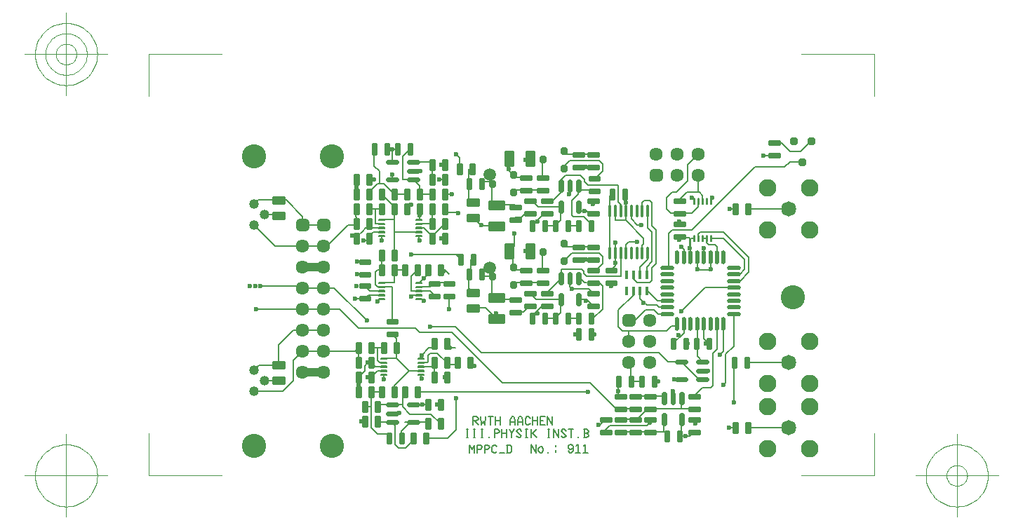
<source format=gbr>
G04 Generated by Ultiboard *
%FSLAX25Y25*%
%MOMM*%

%ADD10C,0.20000*%
%ADD11C,1.00000*%
%ADD12C,0.10000*%
%ADD13C,0.60000*%
%ADD14C,2.92100*%
%ADD15R,0.27534X1.05867*%
%ADD16C,0.42316*%
%ADD17R,1.18567X0.57175*%
%ADD18C,1.50000*%
%ADD19C,1.18516*%
%ADD20C,1.60884*%
%ADD21R,0.52908X0.52908*%
%ADD22C,0.99492*%
%ADD23R,1.05867X0.27534*%
%ADD24R,1.01600X0.02108*%
%ADD25C,0.59284*%
%ADD26R,0.70000X0.10000*%
%ADD27C,0.20000*%
%ADD28R,0.10000X0.70000*%
%ADD29R,1.56667X0.78334*%
%ADD30R,0.02108X1.01600*%
%ADD31O,0.38100X1.48184*%
%ADD32R,0.31725X0.33833*%
%ADD33R,0.78334X1.56667*%
%ADD34O,0.54000X1.70000*%
%ADD35O,1.70000X0.54000*%
%ADD36R,0.45000X1.00000*%
%ADD37C,1.82016*%
%ADD38C,2.11684*%
%ADD39R,0.33833X0.31725*%


%LNCopper Top*%
%LPD*%
%FSLAX25Y25*%
%MOMM*%
G54D10*
X6400100Y2515300D02*
X6146800Y2768600D01*
X6146800Y2844800D02*
X6451600Y2540000D01*
X6400100Y2394158D02*
X6343442Y2337500D01*
X6400100Y2394158D02*
X6400100Y2515300D01*
X6451600Y2362200D02*
X6346900Y2257500D01*
X6527800Y3632200D02*
X5765800Y2870200D01*
X6934200Y1270000D02*
X6426200Y1270000D01*
X3403600Y2921000D02*
X3225800Y2921000D01*
X3124200Y1930400D02*
X3276600Y1930400D01*
X3246967Y2315633D02*
X3225800Y2336800D01*
X3225800Y2921000D02*
X3124200Y3022600D01*
X3255433Y3458633D02*
X3225800Y3429000D01*
X2451100Y914400D02*
X4495800Y914400D01*
X3219450Y1390650D02*
X2908300Y1701800D01*
X5365750Y1390650D02*
X3219450Y1390650D01*
X3479800Y1028700D02*
X2870200Y1638300D01*
X3123956Y518800D02*
X3123956Y618800D01*
X3123956Y618800D02*
X3163778Y618800D01*
X3163778Y618800D02*
X3183689Y598800D01*
X3183689Y598800D02*
X3183689Y588800D01*
X3183689Y588800D02*
X3163778Y568800D01*
X3163778Y568800D02*
X3123956Y568800D01*
X3133911Y568800D02*
X3183689Y518800D01*
X3213556Y618800D02*
X3223511Y518800D01*
X3223511Y518800D02*
X3243422Y558800D01*
X3243422Y558800D02*
X3263333Y518800D01*
X3263333Y518800D02*
X3273289Y618800D01*
X3333022Y518800D02*
X3333022Y618800D01*
X3303156Y618800D02*
X3362889Y618800D01*
X3392756Y518800D02*
X3392756Y618800D01*
X3452489Y518800D02*
X3452489Y618800D01*
X3392756Y568800D02*
X3452489Y568800D01*
X3571956Y518800D02*
X3571956Y578800D01*
X3571956Y578800D02*
X3591867Y618800D01*
X3591867Y618800D02*
X3611778Y618800D01*
X3611778Y618800D02*
X3631689Y578800D01*
X3631689Y578800D02*
X3631689Y518800D01*
X3571956Y548800D02*
X3631689Y548800D01*
X3661556Y518800D02*
X3661556Y578800D01*
X3661556Y578800D02*
X3681467Y618800D01*
X3681467Y618800D02*
X3701378Y618800D01*
X3701378Y618800D02*
X3721289Y578800D01*
X3721289Y578800D02*
X3721289Y518800D01*
X3661556Y548800D02*
X3721289Y548800D01*
X3810889Y538800D02*
X3790978Y518800D01*
X3790978Y518800D02*
X3771067Y518800D01*
X3771067Y518800D02*
X3751156Y538800D01*
X3751156Y538800D02*
X3751156Y598800D01*
X3751156Y598800D02*
X3771067Y618800D01*
X3771067Y618800D02*
X3790978Y618800D01*
X3790978Y618800D02*
X3810889Y598800D01*
X3840756Y518800D02*
X3840756Y618800D01*
X3900489Y518800D02*
X3900489Y618800D01*
X3840756Y568800D02*
X3900489Y568800D01*
X3990089Y518800D02*
X3930356Y518800D01*
X3930356Y518800D02*
X3930356Y568800D01*
X3930356Y568800D02*
X3930356Y618800D01*
X3930356Y618800D02*
X3990089Y618800D01*
X3930356Y568800D02*
X3970178Y568800D01*
X4019956Y518800D02*
X4019956Y618800D01*
X4019956Y618800D02*
X4079689Y518800D01*
X4079689Y518800D02*
X4079689Y618800D01*
X3040167Y366400D02*
X3060078Y366400D01*
X3040167Y466400D02*
X3060078Y466400D01*
X3050122Y366400D02*
X3050122Y466400D01*
X3129767Y366400D02*
X3149678Y366400D01*
X3129767Y466400D02*
X3149678Y466400D01*
X3139722Y366400D02*
X3139722Y466400D01*
X3219367Y366400D02*
X3239278Y366400D01*
X3219367Y466400D02*
X3239278Y466400D01*
X3229322Y366400D02*
X3229322Y466400D01*
X3318922Y366400D02*
X3318922Y376400D01*
X3378656Y366400D02*
X3378656Y466400D01*
X3378656Y466400D02*
X3418478Y466400D01*
X3418478Y466400D02*
X3438389Y446400D01*
X3438389Y446400D02*
X3438389Y436400D01*
X3438389Y436400D02*
X3418478Y416400D01*
X3418478Y416400D02*
X3378656Y416400D01*
X3468256Y366400D02*
X3468256Y466400D01*
X3527989Y366400D02*
X3527989Y466400D01*
X3468256Y416400D02*
X3527989Y416400D01*
X3557856Y466400D02*
X3587722Y416400D01*
X3587722Y416400D02*
X3617589Y466400D01*
X3587722Y416400D02*
X3587722Y366400D01*
X3647456Y386400D02*
X3667367Y366400D01*
X3667367Y366400D02*
X3687278Y366400D01*
X3687278Y366400D02*
X3707189Y386400D01*
X3707189Y386400D02*
X3647456Y446400D01*
X3647456Y446400D02*
X3667367Y466400D01*
X3667367Y466400D02*
X3687278Y466400D01*
X3687278Y466400D02*
X3707189Y446400D01*
X3756967Y366400D02*
X3776878Y366400D01*
X3756967Y466400D02*
X3776878Y466400D01*
X3766922Y366400D02*
X3766922Y466400D01*
X3826656Y366400D02*
X3826656Y466400D01*
X3826656Y416400D02*
X3836611Y416400D01*
X3836611Y416400D02*
X3886389Y466400D01*
X3836611Y416400D02*
X3886389Y366400D01*
X4025767Y366400D02*
X4045678Y366400D01*
X4025767Y466400D02*
X4045678Y466400D01*
X4035722Y366400D02*
X4035722Y466400D01*
X4095456Y366400D02*
X4095456Y466400D01*
X4095456Y466400D02*
X4155189Y366400D01*
X4155189Y366400D02*
X4155189Y466400D01*
X4185056Y386400D02*
X4204967Y366400D01*
X4204967Y366400D02*
X4224878Y366400D01*
X4224878Y366400D02*
X4244789Y386400D01*
X4244789Y386400D02*
X4185056Y446400D01*
X4185056Y446400D02*
X4204967Y466400D01*
X4204967Y466400D02*
X4224878Y466400D01*
X4224878Y466400D02*
X4244789Y446400D01*
X4304522Y366400D02*
X4304522Y466400D01*
X4274656Y466400D02*
X4334389Y466400D01*
X4394122Y366400D02*
X4394122Y376400D01*
X4453856Y366400D02*
X4493678Y366400D01*
X4493678Y366400D02*
X4513589Y386400D01*
X4513589Y386400D02*
X4513589Y396400D01*
X4513589Y396400D02*
X4493678Y416400D01*
X4493678Y416400D02*
X4513589Y436400D01*
X4513589Y436400D02*
X4513589Y446400D01*
X4513589Y446400D02*
X4493678Y466400D01*
X4493678Y466400D02*
X4463811Y466400D01*
X4463811Y466400D02*
X4453856Y466400D01*
X4463811Y416400D02*
X4493678Y416400D01*
X4463811Y466400D02*
X4463811Y366400D01*
X3081256Y175900D02*
X3081256Y275900D01*
X3081256Y275900D02*
X3111122Y225900D01*
X3111122Y225900D02*
X3140989Y275900D01*
X3140989Y275900D02*
X3140989Y175900D01*
X3170856Y175900D02*
X3170856Y275900D01*
X3170856Y275900D02*
X3210678Y275900D01*
X3210678Y275900D02*
X3230589Y255900D01*
X3230589Y255900D02*
X3230589Y245900D01*
X3230589Y245900D02*
X3210678Y225900D01*
X3210678Y225900D02*
X3170856Y225900D01*
X3260456Y175900D02*
X3260456Y275900D01*
X3260456Y275900D02*
X3300278Y275900D01*
X3300278Y275900D02*
X3320189Y255900D01*
X3320189Y255900D02*
X3320189Y245900D01*
X3320189Y245900D02*
X3300278Y225900D01*
X3300278Y225900D02*
X3260456Y225900D01*
X3409789Y195900D02*
X3389878Y175900D01*
X3389878Y175900D02*
X3369967Y175900D01*
X3369967Y175900D02*
X3350056Y195900D01*
X3350056Y195900D02*
X3350056Y255900D01*
X3350056Y255900D02*
X3369967Y275900D01*
X3369967Y275900D02*
X3389878Y275900D01*
X3389878Y275900D02*
X3409789Y255900D01*
X3439656Y175900D02*
X3499389Y175900D01*
X3529256Y175900D02*
X3569078Y175900D01*
X3569078Y175900D02*
X3588989Y195900D01*
X3588989Y195900D02*
X3588989Y255900D01*
X3588989Y255900D02*
X3569078Y275900D01*
X3569078Y275900D02*
X3529256Y275900D01*
X3539211Y275900D02*
X3539211Y175900D01*
X482600Y3187700D02*
X533400Y3238500D01*
X3073400Y3214724D02*
X3079258Y3208867D01*
X3079258Y3208867D02*
X3124200Y3208867D01*
X3073400Y3310466D02*
X3073400Y3214724D01*
X2171700Y3149600D02*
X2019300Y3302000D01*
X1066800Y3035300D02*
X867834Y3234267D01*
X1066800Y1409700D02*
X1701800Y1409700D01*
X1739900Y1689100D02*
X1511300Y1917700D01*
X1447800Y2171700D02*
X1841500Y1778000D01*
X1358900Y2679700D02*
X1612900Y2933700D01*
X1612900Y2933700D02*
X1689100Y2933700D01*
X952500Y1663700D02*
X774700Y1485900D01*
X609600Y1054100D02*
X774700Y1054100D01*
X541867Y1240367D02*
X774700Y1240367D01*
X952500Y1054100D02*
X825500Y927100D01*
X482600Y927100D02*
X825500Y927100D01*
X774700Y1485900D02*
X774700Y1240367D01*
X482600Y1181100D02*
X541867Y1240367D01*
X952500Y1295400D02*
X952500Y1054100D01*
X1066800Y1409700D02*
X952500Y1295400D01*
X762000Y3060700D02*
X774700Y3048000D01*
X736600Y2679700D02*
X1358900Y2679700D01*
X558800Y2197100D02*
X1041400Y2197100D01*
X508000Y1917700D02*
X1511300Y1917700D01*
X482600Y2933700D02*
X736600Y2679700D01*
X609600Y3060700D02*
X762000Y3060700D01*
X952500Y1663700D02*
X1320800Y1663700D01*
X1066800Y2171700D02*
X1447800Y2171700D01*
X1041400Y2197100D02*
X1066800Y2171700D01*
X1066800Y2933700D02*
X1320800Y2933700D01*
X1066800Y2933700D02*
X1066800Y3035300D01*
X2197100Y1562100D02*
X2146300Y1612900D01*
X2400300Y762000D02*
X2578100Y762000D01*
X2362200Y647700D02*
X2616200Y647700D01*
X2400300Y550333D02*
X2561167Y550333D01*
X2400300Y355600D02*
X2400300Y330200D01*
X2400300Y330200D02*
X2311400Y241300D01*
X2391833Y558800D02*
X2400300Y550333D01*
X2347100Y1170800D02*
X2494700Y1170800D01*
X2273300Y838200D02*
X2273300Y736600D01*
X1892300Y482600D02*
X1892300Y914400D01*
X1993900Y762000D02*
X2273300Y762000D01*
X1968500Y406400D02*
X2102342Y406400D01*
X1993900Y762000D02*
X1968500Y736600D01*
X1976967Y550333D02*
X1968500Y558800D01*
X1976967Y550333D02*
X2146300Y550333D01*
X1892300Y482600D02*
X1968500Y406400D01*
X1816100Y736600D02*
X1892300Y736600D01*
X2184400Y279400D02*
X2184400Y512233D01*
X2102342Y406400D02*
X2108200Y400542D01*
X2108200Y400542D02*
X2108200Y355600D01*
X2260600Y444500D02*
X2260600Y355600D01*
X2222500Y241300D02*
X2184400Y279400D01*
X2311400Y241300D02*
X2222500Y241300D01*
X2184400Y512233D02*
X2146300Y550333D01*
X2362200Y647700D02*
X2273300Y736600D01*
X2302933Y550333D02*
X2366433Y550333D01*
X2366433Y550333D02*
X2260600Y444500D01*
X1941500Y1220800D02*
X2044700Y1220800D01*
X2044700Y1170800D02*
X1970900Y1170800D01*
X1970900Y1170800D02*
X1892300Y1092200D01*
X2019300Y914400D02*
X1892300Y914400D01*
X2044700Y1270800D02*
X1993100Y1270800D01*
X1993100Y1270800D02*
X1968500Y1295400D01*
X1968500Y1441942D02*
X1974358Y1447800D01*
X1892300Y1447800D02*
X2044700Y1447800D01*
X1816100Y1231900D02*
X1816100Y1168400D01*
X1892300Y1270000D02*
X1941500Y1220800D01*
X1816100Y1168400D02*
X1739900Y1092200D01*
X1854200Y1270000D02*
X1816100Y1231900D01*
X1739900Y1270000D02*
X1739900Y1447800D01*
X1968500Y1295400D02*
X1968500Y1441942D01*
X1701800Y1409700D02*
X1739900Y1447800D01*
X2197100Y1320800D02*
X2347100Y1170800D01*
X2171700Y993000D02*
X2349500Y1170800D01*
X2171700Y914400D02*
X2171700Y993000D01*
X2044700Y1120800D02*
X2044700Y1079500D01*
X2298700Y863600D02*
X2273300Y838200D01*
X2044700Y1320800D02*
X2197100Y1320800D01*
X2197100Y1320800D02*
X2197100Y1562100D01*
X2921000Y457200D02*
X2921000Y838200D01*
X2552700Y355600D02*
X2819400Y355600D01*
X2819400Y355600D02*
X2921000Y457200D01*
X2561167Y550333D02*
X2578100Y533400D01*
X2616200Y647700D02*
X2730500Y533400D01*
X2819400Y1460500D02*
X2806700Y1460500D01*
X2692400Y1384300D02*
X2832100Y1244600D01*
X2623042Y1220800D02*
X2628900Y1214942D01*
X2494700Y1220800D02*
X2623042Y1220800D01*
X2654300Y1270000D02*
X2654300Y1092200D01*
X2494700Y1120800D02*
X2494700Y1085000D01*
X2628900Y1143000D02*
X2628900Y1117600D01*
X2628900Y1143000D02*
X2654300Y1117600D01*
X2501900Y1328000D02*
X2494700Y1320800D01*
X2501900Y1358900D02*
X2501900Y1328000D01*
X2501900Y1358900D02*
X2590800Y1447800D01*
X2590800Y1447800D02*
X2654300Y1447800D01*
X2578900Y1276658D02*
X2573042Y1270800D01*
X2494700Y1270800D02*
X2573042Y1270800D01*
X2578900Y1359700D02*
X2603500Y1384300D01*
X2578900Y1276658D02*
X2578900Y1359700D01*
X2603500Y1384300D02*
X2692400Y1384300D01*
X2832100Y1244600D02*
X2933700Y1244600D01*
X2844800Y1447800D02*
X2908300Y1447800D01*
X2376500Y2135200D02*
X2601900Y2135200D01*
X2374900Y2578100D02*
X2959100Y2578100D01*
X2376500Y2313000D02*
X2451100Y2387600D01*
X2376500Y2135200D02*
X2376500Y2313000D01*
X2469300Y2085200D02*
X2377300Y2085200D01*
X2174100Y2847200D02*
X2469300Y2847200D01*
X2425700Y1689100D02*
X1739900Y1689100D01*
X2476500Y1638300D02*
X2425700Y1689100D01*
X2019300Y2387600D02*
X2019300Y2565400D01*
X2019300Y2387600D02*
X1968500Y2387600D01*
X1968500Y2387600D02*
X1943100Y2362200D01*
X2171700Y2235200D02*
X2171700Y2387600D01*
X2171700Y2387600D02*
X2298700Y2387600D01*
X2019300Y2235200D02*
X2171700Y2235200D01*
X1967700Y2185200D02*
X2145500Y2185200D01*
X1878000Y2135200D02*
X2019300Y2135200D01*
X2019300Y2085200D02*
X1856600Y2085200D01*
X1878000Y2135200D02*
X1816100Y2197100D01*
X1856600Y2085200D02*
X1816100Y2044700D01*
X1943100Y2209800D02*
X1943100Y2362200D01*
X1943100Y2209800D02*
X1967700Y2185200D01*
X1701800Y2044700D02*
X1816100Y2044700D01*
X2145500Y1766100D02*
X2145500Y2185200D01*
X2165842Y2997200D02*
X2019300Y2997200D01*
X2019300Y2797200D02*
X2019300Y2743200D01*
X1866900Y3124200D02*
X2019300Y3124200D01*
X2019300Y2947200D02*
X1943900Y2947200D01*
X2019300Y2897200D02*
X1865300Y2897200D01*
X1920100Y2847200D02*
X2019300Y2847200D01*
X1790700Y2857500D02*
X1733550Y2800350D01*
X1714500Y2794000D02*
X1714500Y2768600D01*
X1733550Y2800350D02*
X1720850Y2800350D01*
X1720850Y2800350D02*
X1714500Y2794000D01*
X1879600Y2806700D02*
X1920100Y2847200D01*
X1879600Y2806700D02*
X1866900Y2806700D01*
X1866900Y2768600D02*
X1866900Y2730500D01*
X1803400Y2743200D02*
X1841500Y2743200D01*
X1841500Y2743200D02*
X1866900Y2768600D01*
X1828800Y2895600D02*
X1790700Y2857500D01*
X1708469Y3029269D02*
X1708469Y3067369D01*
X1943900Y2947200D02*
X1943900Y3123400D01*
X1852021Y2895600D02*
X1828800Y2895600D01*
X1884860Y2928440D02*
X1852021Y2895600D01*
X1884860Y2928440D02*
X1866900Y2946400D01*
X1865300Y2897200D02*
X1859460Y2903040D01*
X1714500Y2997200D02*
X1714500Y3035300D01*
X2171700Y2705100D02*
X2171700Y3003058D01*
X2171700Y2565400D02*
X2171700Y2697200D01*
X2171700Y3003058D02*
X2165842Y2997200D01*
X2171700Y3003058D02*
X2171700Y3048000D01*
X2171700Y3003058D02*
X2171700Y3149600D01*
X3098800Y2362200D02*
X3098800Y2514600D01*
X2578100Y2387600D02*
X2578100Y2336800D01*
X2730500Y2387600D02*
X2781300Y2387600D01*
X2781300Y2387600D02*
X2832100Y2336800D01*
X2832100Y2235200D02*
X2654300Y2235200D01*
X2908300Y1701800D02*
X2603500Y1701800D01*
X2870200Y1638300D02*
X2476500Y1638300D01*
X2469300Y2185200D02*
X2604300Y2185200D01*
X2578100Y2336800D02*
X2476500Y2235200D01*
X2601900Y2135200D02*
X2654300Y2082800D01*
X2604300Y2185200D02*
X2654300Y2235200D01*
X2476500Y2235200D02*
X2469300Y2235200D01*
X2832100Y1917700D02*
X2832100Y2070100D01*
X3073400Y2167467D02*
X3124200Y2116667D01*
X3073400Y2167467D02*
X3073400Y2336800D01*
X3098800Y2362200D02*
X3073400Y2336800D01*
X2781300Y3086100D02*
X2940542Y3086100D01*
X2781300Y2946400D02*
X2628900Y2794000D01*
X2819400Y3086100D02*
X2781300Y3124200D01*
X2525700Y2897200D02*
X2628900Y2794000D01*
X2469300Y2797200D02*
X2469300Y2750400D01*
X2628900Y2946400D02*
X2470100Y2946400D01*
X2476500Y3124200D02*
X2476500Y3004400D01*
X2476500Y3004400D02*
X2469300Y2997200D01*
X2469300Y2897200D02*
X2525700Y2897200D01*
X2628900Y3124200D02*
X2628900Y2946400D01*
X2984500Y2514600D02*
X2921000Y2578100D01*
X533400Y3238500D02*
X770467Y3238500D01*
X770467Y3238500D02*
X774700Y3234267D01*
X867834Y3234267D02*
X774700Y3234267D01*
X2400300Y3691467D02*
X2595033Y3691467D01*
X2400300Y3479800D02*
X2476500Y3403600D01*
X2273300Y3479800D02*
X2400300Y3479800D01*
X1968500Y3429000D02*
X2044700Y3429000D01*
X1993900Y3581400D02*
X1930400Y3644900D01*
X1993900Y3429000D02*
X1993900Y3581400D01*
X1968500Y3429000D02*
X1866900Y3327400D01*
X1866900Y3327400D02*
X1866900Y3302000D01*
X1866900Y3479800D02*
X1930400Y3479800D01*
X1930400Y3644900D02*
X1930400Y3848100D01*
X2273300Y3759200D02*
X2273300Y3479800D01*
X2171700Y3302000D02*
X2044700Y3429000D01*
X2171700Y3302000D02*
X2324100Y3302000D01*
X2146300Y3479800D02*
X2146300Y3543300D01*
X2362200Y3848100D02*
X2273300Y3759200D01*
X2082800Y3848100D02*
X2209800Y3848100D01*
X2146300Y3691467D02*
X2146300Y3848100D01*
X2781300Y3479800D02*
X2717800Y3479800D01*
X2781300Y3302000D02*
X2870200Y3302000D01*
X2628900Y3657600D02*
X2628900Y3479800D01*
X2476500Y3302000D02*
X2628900Y3302000D01*
X2476500Y3403600D02*
X2476500Y3302000D01*
X2595033Y3691467D02*
X2628900Y3657600D01*
X3073400Y3310466D02*
X3073400Y3606800D01*
X2959100Y3644900D02*
X2959100Y3746500D01*
X2959100Y3746500D02*
X2921000Y3784600D01*
X5283200Y3200400D02*
X5283200Y2921000D01*
X5164667Y3103033D02*
X5164667Y3200400D01*
X5164667Y3200400D02*
X5190067Y3225800D01*
X5190067Y3225800D02*
X5257800Y3225800D01*
X5283200Y3200400D02*
X5257800Y3225800D01*
X4902200Y3187700D02*
X4902200Y3105150D01*
X4902200Y3187700D02*
X4876800Y3213100D01*
X4876800Y3213100D02*
X4876800Y3403600D01*
X3352800Y3225800D02*
X3352800Y3556000D01*
X3352800Y3225800D02*
X3378200Y3200400D01*
X3378200Y3200400D02*
X3479800Y3200400D01*
X4089400Y3225800D02*
X4182533Y3318933D01*
X4013200Y3225800D02*
X4089400Y3225800D01*
X3429000Y3175000D02*
X3403600Y3200400D01*
X3835400Y3225800D02*
X3911600Y3149600D01*
X3403600Y3175000D02*
X3632200Y3175000D01*
X4394200Y3302000D02*
X4318000Y3225800D01*
X4318000Y3225800D02*
X4318000Y3048000D01*
X5841200Y3218600D02*
X5841200Y3148800D01*
X4775200Y2590800D02*
X4775200Y3276600D01*
X4969933Y2990850D02*
X4969933Y3285067D01*
X4902200Y3183466D02*
X4904317Y3185583D01*
X5613400Y3225800D02*
X5613400Y3238500D01*
X5891200Y3218600D02*
X5891200Y3290900D01*
X5461000Y3263900D02*
X5461000Y3124200D01*
X4775200Y508000D02*
X5219700Y508000D01*
X4851400Y711200D02*
X4533900Y1028700D01*
X4495800Y2311400D02*
X4898459Y2311400D01*
X4840817Y2440517D02*
X4787900Y2387600D01*
X4775200Y508000D02*
X4724400Y457200D01*
X4533900Y1028700D02*
X3479800Y1028700D01*
X3819956Y182100D02*
X3819956Y282100D01*
X3819956Y282100D02*
X3879689Y182100D01*
X3879689Y182100D02*
X3879689Y282100D01*
X3909556Y202100D02*
X3929467Y182100D01*
X3929467Y182100D02*
X3949378Y182100D01*
X3949378Y182100D02*
X3969289Y202100D01*
X3969289Y202100D02*
X3969289Y232100D01*
X3969289Y232100D02*
X3949378Y252100D01*
X3949378Y252100D02*
X3929467Y252100D01*
X3929467Y252100D02*
X3909556Y232100D01*
X3909556Y232100D02*
X3909556Y202100D01*
X4029022Y182100D02*
X4029022Y192100D01*
X4118622Y272100D02*
X4118622Y252100D01*
X4118622Y192100D02*
X4118622Y212100D01*
X4267956Y202100D02*
X4287867Y182100D01*
X4287867Y182100D02*
X4307778Y182100D01*
X4307778Y182100D02*
X4327689Y202100D01*
X4327689Y202100D02*
X4327689Y242100D01*
X4327689Y242100D02*
X4327689Y262100D01*
X4327689Y262100D02*
X4307778Y282100D01*
X4307778Y282100D02*
X4287867Y282100D01*
X4287867Y282100D02*
X4267956Y262100D01*
X4267956Y262100D02*
X4267956Y242100D01*
X4267956Y242100D02*
X4287867Y222100D01*
X4287867Y222100D02*
X4307778Y222100D01*
X4307778Y222100D02*
X4327689Y242100D01*
X4367511Y262100D02*
X4387422Y282100D01*
X4387422Y282100D02*
X4387422Y182100D01*
X4357556Y182100D02*
X4417289Y182100D01*
X4457111Y262100D02*
X4477022Y282100D01*
X4477022Y282100D02*
X4477022Y182100D01*
X4447156Y182100D02*
X4506889Y182100D01*
X4724400Y457200D02*
X4724400Y431800D01*
X4656758Y524842D02*
X4665042Y524842D01*
X4665042Y524842D02*
X4724400Y584200D01*
X3911600Y3149600D02*
X4182533Y3149600D01*
X4013200Y2108200D02*
X4182533Y2277533D01*
X4182533Y2032000D02*
X3886200Y2032000D01*
X4114800Y1803400D02*
X3987800Y1803400D01*
X4114800Y2921000D02*
X3987800Y2921000D01*
X4013200Y3073400D02*
X3987800Y3073400D01*
X3987800Y3073400D02*
X3835400Y2921000D01*
X3640667Y2387600D02*
X3606800Y2421467D01*
X3759200Y2387600D02*
X3640667Y2387600D01*
X3606800Y2421467D02*
X3606800Y2565400D01*
X3962400Y2387600D02*
X3962400Y2595033D01*
X3632200Y2032000D02*
X3429000Y2032000D01*
X3632200Y2235200D02*
X3606800Y2209800D01*
X3276600Y1930400D02*
X3403600Y1803400D01*
X3352800Y2315633D02*
X3246967Y2315633D01*
X3352800Y2315633D02*
X3352800Y2108200D01*
X3352800Y2108200D02*
X3429000Y2032000D01*
X3810000Y1955800D02*
X3733800Y1879600D01*
X3733800Y1879600D02*
X3632200Y1879600D01*
X3962400Y1955800D02*
X3835400Y1828800D01*
X3835400Y1828800D02*
X3835400Y1803400D01*
X3962400Y2235200D02*
X3632200Y2235200D01*
X3886200Y2032000D02*
X3810000Y2108200D01*
X3619500Y2679700D02*
X3619500Y2832100D01*
X3606800Y2565400D02*
X3556000Y2616200D01*
X3556000Y2616200D02*
X3619500Y2679700D01*
X3708400Y3022600D02*
X3759200Y3073400D01*
X3759200Y3073400D02*
X3835400Y3073400D01*
X3708400Y3022600D02*
X3632200Y3022600D01*
X4572000Y2387600D02*
X4610100Y2387600D01*
X4610100Y2387600D02*
X4686300Y2463800D01*
X4457700Y2349500D02*
X4457700Y2374900D01*
X4457700Y2374900D02*
X4432300Y2400300D01*
X4191000Y2394442D02*
X4196858Y2400300D01*
X4432300Y2400300D02*
X4196858Y2400300D01*
X4191000Y2394442D02*
X4191000Y2286000D01*
X4394200Y1803400D02*
X4267200Y1803400D01*
X4495800Y2032000D02*
X4394200Y2032000D01*
X4521200Y2159000D02*
X4318000Y2159000D01*
X4470400Y2235200D02*
X4419600Y2286000D01*
X4419600Y2286000D02*
X4394200Y2286000D01*
X4182533Y2032000D02*
X4182533Y1871133D01*
X4182533Y1871133D02*
X4114800Y1803400D01*
X4288367Y2188633D02*
X4288367Y2286000D01*
X4318000Y2159000D02*
X4288367Y2188633D01*
X4572000Y1955800D02*
X4495800Y2032000D01*
X4686300Y1917700D02*
X4686300Y2197100D01*
X4546600Y1803400D02*
X4572000Y1803400D01*
X4572000Y1803400D02*
X4686300Y1917700D01*
X4648200Y2235200D02*
X4572000Y2235200D01*
X4572000Y2108200D02*
X4521200Y2159000D01*
X4470400Y2235200D02*
X4495800Y2235200D01*
X4495800Y2311400D02*
X4457700Y2349500D01*
X4686300Y2197100D02*
X4648200Y2235200D01*
X4394200Y2514600D02*
X4572000Y2514600D01*
X4572000Y2667000D02*
X4250267Y2667000D01*
X4648200Y2590800D02*
X4318000Y2590800D01*
X4394200Y2921000D02*
X4267200Y2921000D01*
X4400058Y3098800D02*
X4394200Y3104658D01*
X4394200Y3104658D02*
X4394200Y3149600D01*
X4495800Y3098800D02*
X4400058Y3098800D01*
X4330700Y3035300D02*
X4457700Y3035300D01*
X4250267Y2667000D02*
X4216400Y2700867D01*
X4318000Y2590800D02*
X4216400Y2489200D01*
X4182533Y2988733D02*
X4114800Y2921000D01*
X4182533Y3149600D02*
X4182533Y2988733D01*
X4318000Y3048000D02*
X4330700Y3035300D01*
X4686300Y2463800D02*
X4686300Y2552700D01*
X4686300Y2552700D02*
X4648200Y2590800D01*
X4521200Y3073400D02*
X4572000Y3073400D01*
X4546600Y2946400D02*
X4546600Y2921000D01*
X4457700Y3035300D02*
X4546600Y2946400D01*
X4495800Y3098800D02*
X4521200Y3073400D01*
X5003800Y1651000D02*
X5003800Y1524000D01*
X5826800Y1735000D02*
X5826800Y1344467D01*
X5666800Y1735000D02*
X5666800Y1628200D01*
X5666800Y1628200D02*
X5537200Y1498600D01*
X5906800Y1735000D02*
X5906800Y1560800D01*
X6269300Y1857500D02*
X6269300Y1468700D01*
X6146800Y1409700D02*
X6146800Y1735000D01*
X6070600Y1435100D02*
X6070600Y1731200D01*
X5232400Y711200D02*
X5791200Y711200D01*
X5740400Y381000D02*
X5613400Y381000D01*
X5638800Y1278467D02*
X5477933Y1278467D01*
X5105400Y584200D02*
X5232400Y711200D01*
X4902200Y431800D02*
X5435600Y431800D01*
X5219700Y508000D02*
X5257800Y546100D01*
X4902200Y584200D02*
X5105400Y584200D01*
X4876800Y685800D02*
X4902200Y711200D01*
X4851400Y685800D02*
X4876800Y685800D01*
X4851400Y711200D02*
X5080000Y711200D01*
X5435600Y431800D02*
X5461000Y406400D01*
X5427133Y584200D02*
X5427133Y448733D01*
X5080000Y863600D02*
X5401733Y863600D01*
X5029200Y1041400D02*
X5029200Y1244600D01*
X5156200Y1041400D02*
X5029200Y1041400D01*
X4876800Y1041400D02*
X4876800Y889000D01*
X4876800Y889000D02*
X4902200Y863600D01*
X5029200Y1244600D02*
X5003800Y1270000D01*
X5401733Y863600D02*
X5427133Y838200D01*
X5477933Y1278467D02*
X5365750Y1390650D01*
X5638800Y711200D02*
X5638800Y838200D01*
X6273800Y1270000D02*
X6273800Y787400D01*
X5791200Y431800D02*
X5740400Y381000D01*
X5638800Y431800D02*
X5638800Y584200D01*
X6286500Y482600D02*
X6210300Y482600D01*
X5892800Y965200D02*
X5994400Y965200D01*
X5994400Y965200D02*
X6019800Y990600D01*
X6019800Y1384300D02*
X6070600Y1435100D01*
X6019800Y990600D02*
X6019800Y1384300D01*
X5850467Y1066800D02*
X5638800Y1278467D01*
X5892800Y1066800D02*
X5850467Y1066800D01*
X5791200Y863600D02*
X5892800Y965200D01*
X5826800Y1344467D02*
X5892800Y1278467D01*
X5906800Y1560800D02*
X5969000Y1498600D01*
X6172200Y1028700D02*
X6172200Y1371600D01*
X6172200Y1028700D02*
X6146800Y1003300D01*
X6269300Y1468700D02*
X6172200Y1371600D01*
X6102350Y1365250D02*
X6146800Y1409700D01*
X5561400Y1709600D02*
X5586800Y1735000D01*
X5524500Y2870200D02*
X5765800Y2870200D01*
X5638800Y2781300D02*
X5613400Y2755900D01*
X5511800Y3073400D02*
X5765800Y3073400D01*
X5138400Y2420600D02*
X5230283Y2512483D01*
X5138400Y2333600D02*
X5138400Y2420600D01*
X5218400Y2424400D02*
X5283200Y2489200D01*
X5218400Y2333600D02*
X5218400Y2424400D01*
X5334000Y2463800D02*
X5283200Y2413000D01*
X5283200Y2413000D02*
X5283200Y2260600D01*
X4904317Y2590800D02*
X4904317Y2317258D01*
X5486400Y2439600D02*
X5464300Y2417500D01*
X5257800Y2235200D02*
X5105400Y2235200D01*
X5232400Y2133600D02*
X5218400Y2133600D01*
X5207000Y1905000D02*
X5080000Y1778000D01*
X5308600Y1905000D02*
X5207000Y1905000D01*
X4927600Y1651000D02*
X5461000Y1651000D01*
X5138400Y2042360D02*
X5177880Y2002880D01*
X5177880Y2002880D02*
X5217860Y1962900D01*
X5217860Y1962900D02*
X5337300Y1962900D01*
X4876800Y1905000D02*
X5058400Y2086600D01*
X5003800Y1778000D02*
X5080000Y1778000D01*
X4927600Y1651000D02*
X4876800Y1701800D01*
X4876800Y1701800D02*
X4876800Y1905000D01*
X5058400Y2086600D02*
X5058400Y2133600D01*
X5105400Y2235200D02*
X5058400Y2282200D01*
X5058400Y2282200D02*
X5058400Y2333600D01*
X4898459Y2311400D02*
X4904317Y2317258D01*
X5138400Y2042360D02*
X5138400Y2133600D01*
X5348500Y2017500D02*
X5232400Y2133600D01*
X5348500Y2017500D02*
X5413500Y2017500D01*
X5519600Y1709600D02*
X5461000Y1651000D01*
X5337300Y1962900D02*
X5362700Y1937500D01*
X5362700Y1937500D02*
X5413500Y1937500D01*
X5356100Y1857500D02*
X5308600Y1905000D01*
X5356100Y1857500D02*
X5413500Y1857500D01*
X5519600Y1709600D02*
X5561400Y1709600D01*
X5283200Y2260600D02*
X5257800Y2235200D01*
X5177367Y2772833D02*
X4963583Y2986617D01*
X5164667Y2688167D02*
X5177367Y2700867D01*
X5177367Y2700867D02*
X5177367Y2772833D01*
X4963583Y2597150D02*
X4969933Y2590800D01*
X4840817Y2440517D02*
X4840817Y2715683D01*
X4969933Y2590800D02*
X4969933Y2696633D01*
X4969933Y2696633D02*
X5003800Y2730500D01*
X5003800Y2730500D02*
X5105400Y2730500D01*
X5164667Y2590800D02*
X5164667Y2688167D01*
X4846675Y2986617D02*
X4840817Y2992475D01*
X4840817Y3103033D02*
X4840817Y2992475D01*
X4846675Y2986617D02*
X4970425Y2986617D01*
X4969933Y2990850D02*
X4965700Y2986617D01*
X5035550Y3103033D02*
X5035550Y3003550D01*
X5035550Y3003550D02*
X5105400Y2933700D01*
X5105400Y2933700D02*
X5156200Y2933700D01*
X5283200Y2489200D02*
X5283200Y2844800D01*
X5334000Y2870200D02*
X5334000Y2463800D01*
X5486400Y2439600D02*
X5486400Y2832100D01*
X5230283Y2512483D02*
X5230283Y2590800D01*
X5230283Y2897717D02*
X5230283Y3103033D01*
X5283200Y2844800D02*
X5230283Y2897717D01*
X5283200Y2921000D02*
X5334000Y2870200D01*
X5486400Y2832100D02*
X5524500Y2870200D01*
X5461000Y3124200D02*
X5511800Y3073400D01*
X5826800Y2540000D02*
X5826800Y2390100D01*
X5826800Y2390100D02*
X5991900Y2390100D01*
X5991900Y2390100D02*
X5991900Y2534900D01*
X6269300Y2177500D02*
X5924000Y2177500D01*
X5924000Y2177500D02*
X5638800Y1892300D01*
X6070600Y1731200D02*
X6066800Y1735000D01*
X6269300Y2337500D02*
X6343442Y2337500D01*
X6346900Y2257500D02*
X6269300Y2257500D01*
X6146800Y2768600D02*
X5991200Y2768600D01*
X5867400Y2844800D02*
X6146800Y2844800D01*
X5967418Y2692400D02*
X6045200Y2692400D01*
X5991900Y2534900D02*
X5986800Y2540000D01*
X5841200Y2768600D02*
X5841200Y2818600D01*
X5841200Y2818600D02*
X5867400Y2844800D01*
X5727700Y2781300D02*
X5740400Y2768600D01*
X5638800Y2781300D02*
X5727700Y2781300D01*
X5891200Y2768600D02*
X5941200Y2768600D01*
X5906800Y2540000D02*
X5906800Y2653000D01*
X5752658Y2768600D02*
X5746800Y2762742D01*
X5746800Y2540000D02*
X5746800Y2762742D01*
X5752658Y2768600D02*
X5791200Y2768600D01*
X5740400Y2768600D02*
X5740400Y2654300D01*
X5943600Y2716218D02*
X5943600Y2768600D01*
X5967418Y2692400D02*
X5943600Y2716218D01*
X5666800Y2540000D02*
X5666800Y2639000D01*
X5666800Y2639000D02*
X5638800Y2667000D01*
X5841200Y3148800D02*
X5765800Y3073400D01*
X6045200Y2692400D02*
X6070600Y2667000D01*
X6070600Y2667000D02*
X6070600Y2543800D01*
X6070600Y2543800D02*
X6066800Y2540000D01*
X6286500Y3124200D02*
X6223000Y3124200D01*
X4775200Y3276600D02*
X4800600Y3302000D01*
X4508500Y3416300D02*
X4864100Y3416300D01*
X4013200Y3530600D02*
X4013200Y3505200D01*
X3784600Y3352800D02*
X4013200Y3352800D01*
X3606800Y3352800D02*
X3784600Y3352800D01*
X3556000Y3589867D02*
X3606800Y3539067D01*
X3606800Y3556000D02*
X3606800Y3564466D01*
X3657600Y3505200D02*
X3606800Y3556000D01*
X3556000Y3589867D02*
X3556000Y3606800D01*
X3556000Y3606800D02*
X3556000Y3733800D01*
X3352800Y3458633D02*
X3255433Y3458633D01*
X3962400Y3712633D02*
X3962400Y3505200D01*
X3657600Y3505200D02*
X3784600Y3505200D01*
X4572000Y3784600D02*
X4250267Y3784600D01*
X4572000Y3632200D02*
X4394200Y3632200D01*
X4292600Y3708400D02*
X4648200Y3708400D01*
X4400058Y3352800D02*
X4622800Y3352800D01*
X4394200Y3403600D02*
X4394200Y3302000D01*
X4400058Y3352800D02*
X4394200Y3346942D01*
X4470400Y3479800D02*
X4419600Y3530600D01*
X4241800Y3530600D02*
X4419600Y3530600D01*
X4216400Y3606800D02*
X4216400Y3632200D01*
X4241800Y3530600D02*
X4182533Y3471333D01*
X4182533Y3318933D02*
X4182533Y3471333D01*
X4250267Y3784600D02*
X4216400Y3818467D01*
X4216400Y3632200D02*
X4292600Y3708400D01*
X4686300Y3670300D02*
X4686300Y3581400D01*
X4686300Y3581400D02*
X4610100Y3505200D01*
X4610100Y3505200D02*
X4572000Y3505200D01*
X4508500Y3416300D02*
X4470400Y3454400D01*
X4470400Y3454400D02*
X4470400Y3479800D01*
X4648200Y3708400D02*
X4686300Y3670300D01*
X5613400Y3238500D02*
X5702300Y3327400D01*
X5715000Y3467100D02*
X5575300Y3327400D01*
X5575300Y3327400D02*
X5524500Y3327400D01*
X4876800Y3403600D02*
X4864100Y3416300D01*
X4976283Y3278717D02*
X4969933Y3285067D01*
X5524500Y3327400D02*
X5461000Y3263900D01*
X5715000Y3657600D02*
X5715000Y3467100D01*
X5842000Y3327400D02*
X5702300Y3327400D01*
X5847858Y3327400D02*
X5842000Y3333258D01*
X5842000Y3530600D02*
X5842000Y3333258D01*
X5891200Y3290900D02*
X5854700Y3327400D01*
X5854700Y3327400D02*
X5847858Y3327400D01*
X5842000Y3784600D02*
X5715000Y3657600D01*
X6934200Y482600D02*
X6438900Y482600D01*
X6451600Y2540000D02*
X6451600Y2362200D01*
X6934200Y3124200D02*
X6438900Y3124200D01*
X7073900Y3822700D02*
X7200900Y3949700D01*
X6756400Y3924300D02*
X6845300Y3924300D01*
X6883400Y3632200D02*
X6527800Y3632200D01*
X6756400Y3771900D02*
X6616700Y3771900D01*
X6845300Y3924300D02*
X6946900Y3822700D01*
X6946900Y3822700D02*
X7073900Y3822700D01*
X7095067Y3695700D02*
X6946900Y3695700D01*
X6946900Y3695700D02*
X6883400Y3632200D01*
G54D11*
X1320800Y1155700D02*
X1066800Y1155700D01*
X1320800Y2425700D02*
X1066800Y2425700D01*
G54D12*
X-787400Y-93958D02*
X-787400Y414929D01*
X-787400Y-93958D02*
X87376Y-93958D01*
X7960360Y-93958D02*
X7085584Y-93958D01*
X7960360Y-93958D02*
X7960360Y414929D01*
X7960360Y4994910D02*
X7960360Y4486023D01*
X7960360Y4994910D02*
X7085584Y4994910D01*
X-787400Y4994910D02*
X87376Y4994910D01*
X-787400Y4994910D02*
X-787400Y4486023D01*
X-1287400Y-93958D02*
X-2287400Y-93958D01*
X-1787400Y-593958D02*
X-1787400Y406042D01*
X-1412400Y-93958D02*
X-1414206Y-57201D01*
X-1414206Y-57201D02*
X-1419606Y-20799D01*
X-1419606Y-20799D02*
X-1428547Y14899D01*
X-1428547Y14899D02*
X-1440945Y49549D01*
X-1440945Y49549D02*
X-1456680Y82816D01*
X-1456680Y82816D02*
X-1475599Y114381D01*
X-1475599Y114381D02*
X-1497521Y143940D01*
X-1497521Y143940D02*
X-1522235Y171207D01*
X-1522235Y171207D02*
X-1549503Y195921D01*
X-1549503Y195921D02*
X-1579061Y217843D01*
X-1579061Y217843D02*
X-1610626Y236763D01*
X-1610626Y236763D02*
X-1643894Y252497D01*
X-1643894Y252497D02*
X-1678543Y264895D01*
X-1678543Y264895D02*
X-1714241Y273837D01*
X-1714241Y273837D02*
X-1750644Y279237D01*
X-1750644Y279237D02*
X-1787400Y281042D01*
X-1787400Y281042D02*
X-1824156Y279237D01*
X-1824156Y279237D02*
X-1860559Y273837D01*
X-1860559Y273837D02*
X-1896257Y264895D01*
X-1896257Y264895D02*
X-1930906Y252497D01*
X-1930906Y252497D02*
X-1964174Y236763D01*
X-1964174Y236763D02*
X-1995739Y217843D01*
X-1995739Y217843D02*
X-2025297Y195921D01*
X-2025297Y195921D02*
X-2052565Y171207D01*
X-2052565Y171207D02*
X-2077279Y143940D01*
X-2077279Y143940D02*
X-2099201Y114381D01*
X-2099201Y114381D02*
X-2118120Y82816D01*
X-2118120Y82816D02*
X-2133855Y49549D01*
X-2133855Y49549D02*
X-2146253Y14899D01*
X-2146253Y14899D02*
X-2155194Y-20799D01*
X-2155194Y-20799D02*
X-2160594Y-57201D01*
X-2160594Y-57201D02*
X-2162400Y-93958D01*
X-2162400Y-93958D02*
X-2160594Y-130714D01*
X-2160594Y-130714D02*
X-2155194Y-167116D01*
X-2155194Y-167116D02*
X-2146253Y-202814D01*
X-2146253Y-202814D02*
X-2133855Y-237464D01*
X-2133855Y-237464D02*
X-2118120Y-270731D01*
X-2118120Y-270731D02*
X-2099201Y-302296D01*
X-2099201Y-302296D02*
X-2077279Y-331855D01*
X-2077279Y-331855D02*
X-2052565Y-359123D01*
X-2052565Y-359123D02*
X-2025297Y-383837D01*
X-2025297Y-383837D02*
X-1995739Y-405759D01*
X-1995739Y-405759D02*
X-1964174Y-424678D01*
X-1964174Y-424678D02*
X-1930906Y-440412D01*
X-1930906Y-440412D02*
X-1896257Y-452810D01*
X-1896257Y-452810D02*
X-1860559Y-461752D01*
X-1860559Y-461752D02*
X-1824156Y-467152D01*
X-1824156Y-467152D02*
X-1787400Y-468958D01*
X-1787400Y-468958D02*
X-1750644Y-467152D01*
X-1750644Y-467152D02*
X-1714241Y-461752D01*
X-1714241Y-461752D02*
X-1678543Y-452810D01*
X-1678543Y-452810D02*
X-1643894Y-440412D01*
X-1643894Y-440412D02*
X-1610626Y-424678D01*
X-1610626Y-424678D02*
X-1579061Y-405759D01*
X-1579061Y-405759D02*
X-1549503Y-383837D01*
X-1549503Y-383837D02*
X-1522235Y-359123D01*
X-1522235Y-359123D02*
X-1497521Y-331855D01*
X-1497521Y-331855D02*
X-1475599Y-302296D01*
X-1475599Y-302296D02*
X-1456680Y-270731D01*
X-1456680Y-270731D02*
X-1440945Y-237464D01*
X-1440945Y-237464D02*
X-1428547Y-202814D01*
X-1428547Y-202814D02*
X-1419606Y-167116D01*
X-1419606Y-167116D02*
X-1414206Y-130714D01*
X-1414206Y-130714D02*
X-1412400Y-93958D01*
X8460360Y-93958D02*
X9460360Y-93958D01*
X8960360Y-593958D02*
X8960360Y406042D01*
X9335360Y-93958D02*
X9333554Y-57201D01*
X9333554Y-57201D02*
X9328154Y-20799D01*
X9328154Y-20799D02*
X9319213Y14899D01*
X9319213Y14899D02*
X9306815Y49549D01*
X9306815Y49549D02*
X9291080Y82816D01*
X9291080Y82816D02*
X9272161Y114381D01*
X9272161Y114381D02*
X9250239Y143940D01*
X9250239Y143940D02*
X9225525Y171207D01*
X9225525Y171207D02*
X9198257Y195921D01*
X9198257Y195921D02*
X9168699Y217843D01*
X9168699Y217843D02*
X9137134Y236763D01*
X9137134Y236763D02*
X9103866Y252497D01*
X9103866Y252497D02*
X9069217Y264895D01*
X9069217Y264895D02*
X9033519Y273837D01*
X9033519Y273837D02*
X8997116Y279237D01*
X8997116Y279237D02*
X8960360Y281042D01*
X8960360Y281042D02*
X8923604Y279237D01*
X8923604Y279237D02*
X8887201Y273837D01*
X8887201Y273837D02*
X8851503Y264895D01*
X8851503Y264895D02*
X8816854Y252497D01*
X8816854Y252497D02*
X8783586Y236763D01*
X8783586Y236763D02*
X8752021Y217843D01*
X8752021Y217843D02*
X8722463Y195921D01*
X8722463Y195921D02*
X8695195Y171207D01*
X8695195Y171207D02*
X8670481Y143940D01*
X8670481Y143940D02*
X8648559Y114381D01*
X8648559Y114381D02*
X8629640Y82816D01*
X8629640Y82816D02*
X8613905Y49549D01*
X8613905Y49549D02*
X8601507Y14899D01*
X8601507Y14899D02*
X8592566Y-20799D01*
X8592566Y-20799D02*
X8587166Y-57201D01*
X8587166Y-57201D02*
X8585360Y-93958D01*
X8585360Y-93958D02*
X8587166Y-130714D01*
X8587166Y-130714D02*
X8592566Y-167116D01*
X8592566Y-167116D02*
X8601507Y-202814D01*
X8601507Y-202814D02*
X8613905Y-237464D01*
X8613905Y-237464D02*
X8629640Y-270731D01*
X8629640Y-270731D02*
X8648559Y-302296D01*
X8648559Y-302296D02*
X8670481Y-331855D01*
X8670481Y-331855D02*
X8695195Y-359123D01*
X8695195Y-359123D02*
X8722463Y-383837D01*
X8722463Y-383837D02*
X8752021Y-405759D01*
X8752021Y-405759D02*
X8783586Y-424678D01*
X8783586Y-424678D02*
X8816854Y-440412D01*
X8816854Y-440412D02*
X8851503Y-452810D01*
X8851503Y-452810D02*
X8887201Y-461752D01*
X8887201Y-461752D02*
X8923604Y-467152D01*
X8923604Y-467152D02*
X8960360Y-468958D01*
X8960360Y-468958D02*
X8997116Y-467152D01*
X8997116Y-467152D02*
X9033519Y-461752D01*
X9033519Y-461752D02*
X9069217Y-452810D01*
X9069217Y-452810D02*
X9103866Y-440412D01*
X9103866Y-440412D02*
X9137134Y-424678D01*
X9137134Y-424678D02*
X9168699Y-405759D01*
X9168699Y-405759D02*
X9198257Y-383837D01*
X9198257Y-383837D02*
X9225525Y-359123D01*
X9225525Y-359123D02*
X9250239Y-331855D01*
X9250239Y-331855D02*
X9272161Y-302296D01*
X9272161Y-302296D02*
X9291080Y-270731D01*
X9291080Y-270731D02*
X9306815Y-237464D01*
X9306815Y-237464D02*
X9319213Y-202814D01*
X9319213Y-202814D02*
X9328154Y-167116D01*
X9328154Y-167116D02*
X9333554Y-130714D01*
X9333554Y-130714D02*
X9335360Y-93958D01*
X9085360Y-93958D02*
X9084758Y-81706D01*
X9084758Y-81706D02*
X9082958Y-69571D01*
X9082958Y-69571D02*
X9079978Y-57672D01*
X9079978Y-57672D02*
X9075845Y-46122D01*
X9075845Y-46122D02*
X9070600Y-35033D01*
X9070600Y-35033D02*
X9064294Y-24511D01*
X9064294Y-24511D02*
X9056986Y-14659D01*
X9056986Y-14659D02*
X9048748Y-5569D01*
X9048748Y-5569D02*
X9039659Y2669D01*
X9039659Y2669D02*
X9029806Y9976D01*
X9029806Y9976D02*
X9019285Y16282D01*
X9019285Y16282D02*
X9008195Y21527D01*
X9008195Y21527D02*
X8996646Y25660D01*
X8996646Y25660D02*
X8984746Y28640D01*
X8984746Y28640D02*
X8972612Y30440D01*
X8972612Y30440D02*
X8960360Y31042D01*
X8960360Y31042D02*
X8948108Y30440D01*
X8948108Y30440D02*
X8935974Y28640D01*
X8935974Y28640D02*
X8924075Y25660D01*
X8924075Y25660D02*
X8912525Y21527D01*
X8912525Y21527D02*
X8901436Y16282D01*
X8901436Y16282D02*
X8890914Y9976D01*
X8890914Y9976D02*
X8881061Y2669D01*
X8881061Y2669D02*
X8871972Y-5569D01*
X8871972Y-5569D02*
X8863734Y-14659D01*
X8863734Y-14659D02*
X8856426Y-24511D01*
X8856426Y-24511D02*
X8850120Y-35033D01*
X8850120Y-35033D02*
X8844875Y-46122D01*
X8844875Y-46122D02*
X8840743Y-57672D01*
X8840743Y-57672D02*
X8837762Y-69571D01*
X8837762Y-69571D02*
X8835962Y-81706D01*
X8835962Y-81706D02*
X8835360Y-93958D01*
X8835360Y-93958D02*
X8835962Y-106210D01*
X8835962Y-106210D02*
X8837762Y-118344D01*
X8837762Y-118344D02*
X8840743Y-130243D01*
X8840743Y-130243D02*
X8844875Y-141793D01*
X8844875Y-141793D02*
X8850120Y-152882D01*
X8850120Y-152882D02*
X8856426Y-163404D01*
X8856426Y-163404D02*
X8863734Y-173257D01*
X8863734Y-173257D02*
X8871972Y-182346D01*
X8871972Y-182346D02*
X8881061Y-190584D01*
X8881061Y-190584D02*
X8890914Y-197891D01*
X8890914Y-197891D02*
X8901436Y-204198D01*
X8901436Y-204198D02*
X8912525Y-209443D01*
X8912525Y-209443D02*
X8924075Y-213575D01*
X8924075Y-213575D02*
X8935974Y-216556D01*
X8935974Y-216556D02*
X8948108Y-218356D01*
X8948108Y-218356D02*
X8960360Y-218958D01*
X8960360Y-218958D02*
X8972612Y-218356D01*
X8972612Y-218356D02*
X8984746Y-216556D01*
X8984746Y-216556D02*
X8996646Y-213575D01*
X8996646Y-213575D02*
X9008195Y-209443D01*
X9008195Y-209443D02*
X9019285Y-204198D01*
X9019285Y-204198D02*
X9029806Y-197891D01*
X9029806Y-197891D02*
X9039659Y-190584D01*
X9039659Y-190584D02*
X9048748Y-182346D01*
X9048748Y-182346D02*
X9056986Y-173257D01*
X9056986Y-173257D02*
X9064294Y-163404D01*
X9064294Y-163404D02*
X9070600Y-152882D01*
X9070600Y-152882D02*
X9075845Y-141793D01*
X9075845Y-141793D02*
X9079978Y-130243D01*
X9079978Y-130243D02*
X9082958Y-118344D01*
X9082958Y-118344D02*
X9084758Y-106210D01*
X9084758Y-106210D02*
X9085360Y-93958D01*
X-1287400Y4994910D02*
X-2287400Y4994910D01*
X-1787400Y4494910D02*
X-1787400Y5494910D01*
X-1412400Y4994910D02*
X-1414206Y5031666D01*
X-1414206Y5031666D02*
X-1419606Y5068069D01*
X-1419606Y5068069D02*
X-1428547Y5103767D01*
X-1428547Y5103767D02*
X-1440945Y5138416D01*
X-1440945Y5138416D02*
X-1456680Y5171684D01*
X-1456680Y5171684D02*
X-1475599Y5203249D01*
X-1475599Y5203249D02*
X-1497521Y5232807D01*
X-1497521Y5232807D02*
X-1522235Y5260075D01*
X-1522235Y5260075D02*
X-1549503Y5284789D01*
X-1549503Y5284789D02*
X-1579061Y5306711D01*
X-1579061Y5306711D02*
X-1610626Y5325630D01*
X-1610626Y5325630D02*
X-1643894Y5341365D01*
X-1643894Y5341365D02*
X-1678543Y5353763D01*
X-1678543Y5353763D02*
X-1714241Y5362704D01*
X-1714241Y5362704D02*
X-1750644Y5368104D01*
X-1750644Y5368104D02*
X-1787400Y5369910D01*
X-1787400Y5369910D02*
X-1824156Y5368104D01*
X-1824156Y5368104D02*
X-1860559Y5362704D01*
X-1860559Y5362704D02*
X-1896257Y5353763D01*
X-1896257Y5353763D02*
X-1930906Y5341365D01*
X-1930906Y5341365D02*
X-1964174Y5325630D01*
X-1964174Y5325630D02*
X-1995739Y5306711D01*
X-1995739Y5306711D02*
X-2025297Y5284789D01*
X-2025297Y5284789D02*
X-2052565Y5260075D01*
X-2052565Y5260075D02*
X-2077279Y5232807D01*
X-2077279Y5232807D02*
X-2099201Y5203249D01*
X-2099201Y5203249D02*
X-2118120Y5171684D01*
X-2118120Y5171684D02*
X-2133855Y5138416D01*
X-2133855Y5138416D02*
X-2146253Y5103767D01*
X-2146253Y5103767D02*
X-2155194Y5068069D01*
X-2155194Y5068069D02*
X-2160594Y5031666D01*
X-2160594Y5031666D02*
X-2162400Y4994910D01*
X-2162400Y4994910D02*
X-2160594Y4958154D01*
X-2160594Y4958154D02*
X-2155194Y4921751D01*
X-2155194Y4921751D02*
X-2146253Y4886053D01*
X-2146253Y4886053D02*
X-2133855Y4851404D01*
X-2133855Y4851404D02*
X-2118120Y4818136D01*
X-2118120Y4818136D02*
X-2099201Y4786571D01*
X-2099201Y4786571D02*
X-2077279Y4757013D01*
X-2077279Y4757013D02*
X-2052565Y4729745D01*
X-2052565Y4729745D02*
X-2025297Y4705031D01*
X-2025297Y4705031D02*
X-1995739Y4683109D01*
X-1995739Y4683109D02*
X-1964174Y4664190D01*
X-1964174Y4664190D02*
X-1930906Y4648455D01*
X-1930906Y4648455D02*
X-1896257Y4636057D01*
X-1896257Y4636057D02*
X-1860559Y4627116D01*
X-1860559Y4627116D02*
X-1824156Y4621716D01*
X-1824156Y4621716D02*
X-1787400Y4619910D01*
X-1787400Y4619910D02*
X-1750644Y4621716D01*
X-1750644Y4621716D02*
X-1714241Y4627116D01*
X-1714241Y4627116D02*
X-1678543Y4636057D01*
X-1678543Y4636057D02*
X-1643894Y4648455D01*
X-1643894Y4648455D02*
X-1610626Y4664190D01*
X-1610626Y4664190D02*
X-1579061Y4683109D01*
X-1579061Y4683109D02*
X-1549503Y4705031D01*
X-1549503Y4705031D02*
X-1522235Y4729745D01*
X-1522235Y4729745D02*
X-1497521Y4757013D01*
X-1497521Y4757013D02*
X-1475599Y4786571D01*
X-1475599Y4786571D02*
X-1456680Y4818136D01*
X-1456680Y4818136D02*
X-1440945Y4851404D01*
X-1440945Y4851404D02*
X-1428547Y4886053D01*
X-1428547Y4886053D02*
X-1419606Y4921751D01*
X-1419606Y4921751D02*
X-1414206Y4958154D01*
X-1414206Y4958154D02*
X-1412400Y4994910D01*
X-1537400Y4994910D02*
X-1538604Y5019414D01*
X-1538604Y5019414D02*
X-1542204Y5043683D01*
X-1542204Y5043683D02*
X-1548165Y5067481D01*
X-1548165Y5067481D02*
X-1556430Y5090581D01*
X-1556430Y5090581D02*
X-1566920Y5112759D01*
X-1566920Y5112759D02*
X-1579533Y5133803D01*
X-1579533Y5133803D02*
X-1594147Y5153508D01*
X-1594147Y5153508D02*
X-1610623Y5171687D01*
X-1610623Y5171687D02*
X-1628802Y5188163D01*
X-1628802Y5188163D02*
X-1648508Y5202777D01*
X-1648508Y5202777D02*
X-1669551Y5215390D01*
X-1669551Y5215390D02*
X-1691729Y5225880D01*
X-1691729Y5225880D02*
X-1714829Y5234145D01*
X-1714829Y5234145D02*
X-1738628Y5240106D01*
X-1738628Y5240106D02*
X-1762896Y5243706D01*
X-1762896Y5243706D02*
X-1787400Y5244910D01*
X-1787400Y5244910D02*
X-1811904Y5243706D01*
X-1811904Y5243706D02*
X-1836173Y5240106D01*
X-1836173Y5240106D02*
X-1859971Y5234145D01*
X-1859971Y5234145D02*
X-1883071Y5225880D01*
X-1883071Y5225880D02*
X-1905249Y5215390D01*
X-1905249Y5215390D02*
X-1926293Y5202777D01*
X-1926293Y5202777D02*
X-1945998Y5188163D01*
X-1945998Y5188163D02*
X-1964177Y5171687D01*
X-1964177Y5171687D02*
X-1980653Y5153508D01*
X-1980653Y5153508D02*
X-1995267Y5133803D01*
X-1995267Y5133803D02*
X-2007880Y5112759D01*
X-2007880Y5112759D02*
X-2018370Y5090581D01*
X-2018370Y5090581D02*
X-2026635Y5067481D01*
X-2026635Y5067481D02*
X-2032596Y5043683D01*
X-2032596Y5043683D02*
X-2036196Y5019414D01*
X-2036196Y5019414D02*
X-2037400Y4994910D01*
X-2037400Y4994910D02*
X-2036196Y4970406D01*
X-2036196Y4970406D02*
X-2032596Y4946138D01*
X-2032596Y4946138D02*
X-2026635Y4922339D01*
X-2026635Y4922339D02*
X-2018370Y4899239D01*
X-2018370Y4899239D02*
X-2007880Y4877061D01*
X-2007880Y4877061D02*
X-1995267Y4856018D01*
X-1995267Y4856018D02*
X-1980653Y4836312D01*
X-1980653Y4836312D02*
X-1964177Y4818133D01*
X-1964177Y4818133D02*
X-1945998Y4801657D01*
X-1945998Y4801657D02*
X-1926293Y4787043D01*
X-1926293Y4787043D02*
X-1905249Y4774430D01*
X-1905249Y4774430D02*
X-1883071Y4763940D01*
X-1883071Y4763940D02*
X-1859971Y4755675D01*
X-1859971Y4755675D02*
X-1836173Y4749714D01*
X-1836173Y4749714D02*
X-1811904Y4746114D01*
X-1811904Y4746114D02*
X-1787400Y4744910D01*
X-1787400Y4744910D02*
X-1762896Y4746114D01*
X-1762896Y4746114D02*
X-1738628Y4749714D01*
X-1738628Y4749714D02*
X-1714829Y4755675D01*
X-1714829Y4755675D02*
X-1691729Y4763940D01*
X-1691729Y4763940D02*
X-1669551Y4774430D01*
X-1669551Y4774430D02*
X-1648508Y4787043D01*
X-1648508Y4787043D02*
X-1628802Y4801657D01*
X-1628802Y4801657D02*
X-1610623Y4818133D01*
X-1610623Y4818133D02*
X-1594147Y4836312D01*
X-1594147Y4836312D02*
X-1579533Y4856018D01*
X-1579533Y4856018D02*
X-1566920Y4877061D01*
X-1566920Y4877061D02*
X-1556430Y4899239D01*
X-1556430Y4899239D02*
X-1548165Y4922339D01*
X-1548165Y4922339D02*
X-1542204Y4946138D01*
X-1542204Y4946138D02*
X-1538604Y4970406D01*
X-1538604Y4970406D02*
X-1537400Y4994910D01*
X-1662400Y4994910D02*
X-1663002Y5007162D01*
X-1663002Y5007162D02*
X-1664802Y5019296D01*
X-1664802Y5019296D02*
X-1667783Y5031196D01*
X-1667783Y5031196D02*
X-1671915Y5042745D01*
X-1671915Y5042745D02*
X-1677160Y5053835D01*
X-1677160Y5053835D02*
X-1683466Y5064356D01*
X-1683466Y5064356D02*
X-1690774Y5074209D01*
X-1690774Y5074209D02*
X-1699012Y5083298D01*
X-1699012Y5083298D02*
X-1708101Y5091536D01*
X-1708101Y5091536D02*
X-1717954Y5098844D01*
X-1717954Y5098844D02*
X-1728476Y5105150D01*
X-1728476Y5105150D02*
X-1739565Y5110395D01*
X-1739565Y5110395D02*
X-1751115Y5114528D01*
X-1751115Y5114528D02*
X-1763014Y5117508D01*
X-1763014Y5117508D02*
X-1775148Y5119308D01*
X-1775148Y5119308D02*
X-1787400Y5119910D01*
X-1787400Y5119910D02*
X-1799652Y5119308D01*
X-1799652Y5119308D02*
X-1811786Y5117508D01*
X-1811786Y5117508D02*
X-1823686Y5114528D01*
X-1823686Y5114528D02*
X-1835235Y5110395D01*
X-1835235Y5110395D02*
X-1846325Y5105150D01*
X-1846325Y5105150D02*
X-1856846Y5098844D01*
X-1856846Y5098844D02*
X-1866699Y5091536D01*
X-1866699Y5091536D02*
X-1875788Y5083298D01*
X-1875788Y5083298D02*
X-1884026Y5074209D01*
X-1884026Y5074209D02*
X-1891334Y5064356D01*
X-1891334Y5064356D02*
X-1897640Y5053835D01*
X-1897640Y5053835D02*
X-1902885Y5042745D01*
X-1902885Y5042745D02*
X-1907018Y5031196D01*
X-1907018Y5031196D02*
X-1909998Y5019296D01*
X-1909998Y5019296D02*
X-1911798Y5007162D01*
X-1911798Y5007162D02*
X-1912400Y4994910D01*
X-1912400Y4994910D02*
X-1911798Y4982658D01*
X-1911798Y4982658D02*
X-1909998Y4970524D01*
X-1909998Y4970524D02*
X-1907018Y4958625D01*
X-1907018Y4958625D02*
X-1902885Y4947075D01*
X-1902885Y4947075D02*
X-1897640Y4935986D01*
X-1897640Y4935986D02*
X-1891334Y4925464D01*
X-1891334Y4925464D02*
X-1884026Y4915611D01*
X-1884026Y4915611D02*
X-1875788Y4906522D01*
X-1875788Y4906522D02*
X-1866699Y4898284D01*
X-1866699Y4898284D02*
X-1856846Y4890976D01*
X-1856846Y4890976D02*
X-1846325Y4884670D01*
X-1846325Y4884670D02*
X-1835235Y4879425D01*
X-1835235Y4879425D02*
X-1823686Y4875293D01*
X-1823686Y4875293D02*
X-1811786Y4872312D01*
X-1811786Y4872312D02*
X-1799652Y4870512D01*
X-1799652Y4870512D02*
X-1787400Y4869910D01*
X-1787400Y4869910D02*
X-1775148Y4870512D01*
X-1775148Y4870512D02*
X-1763014Y4872312D01*
X-1763014Y4872312D02*
X-1751115Y4875293D01*
X-1751115Y4875293D02*
X-1739565Y4879425D01*
X-1739565Y4879425D02*
X-1728476Y4884670D01*
X-1728476Y4884670D02*
X-1717954Y4890976D01*
X-1717954Y4890976D02*
X-1708101Y4898284D01*
X-1708101Y4898284D02*
X-1699012Y4906522D01*
X-1699012Y4906522D02*
X-1690774Y4915611D01*
X-1690774Y4915611D02*
X-1683466Y4925464D01*
X-1683466Y4925464D02*
X-1677160Y4935986D01*
X-1677160Y4935986D02*
X-1671915Y4947075D01*
X-1671915Y4947075D02*
X-1667783Y4958625D01*
X-1667783Y4958625D02*
X-1664802Y4970524D01*
X-1664802Y4970524D02*
X-1663002Y4982658D01*
X-1663002Y4982658D02*
X-1662400Y4994910D01*
G54D13*
X3225800Y2933700D03*
X2374900Y3175000D03*
X431800Y2197100D03*
X508000Y1917700D03*
X495300Y2197100D03*
X558800Y2197100D03*
X1778000Y558800D03*
X2235200Y660400D03*
X2044700Y1066800D03*
X1739900Y1003300D03*
X1854200Y1092200D03*
X1854200Y1270000D03*
X2514600Y762000D03*
X2692400Y762000D03*
X2921000Y838200D03*
X2781300Y1092200D03*
X2844800Y1447800D03*
X2501900Y1079500D03*
X2501900Y1358900D03*
X3136900Y1231900D03*
X2374900Y2070100D03*
X2374900Y2578100D03*
X1968500Y2006600D03*
X1701800Y2044700D03*
X1841500Y1778000D03*
X1714500Y2197100D03*
X1727200Y2336800D03*
X2019300Y2743200D03*
X1663700Y2806700D03*
X1803400Y2743200D03*
X1727200Y2489200D03*
X2768600Y2374900D03*
X2832100Y1917700D03*
X2527300Y2019300D03*
X2603500Y1701800D03*
X2527300Y2286000D03*
X2743200Y2768600D03*
X2476500Y2743200D03*
X2476500Y3048000D03*
X2946400Y3073400D03*
X1714500Y3390900D03*
X1930400Y3479800D03*
X2146300Y3543300D03*
X2146300Y3848100D03*
X2489200Y3581400D03*
X2717800Y3479800D03*
X2743200Y3657600D03*
X2870200Y3302000D03*
X2921000Y3784600D03*
X4965700Y3200400D03*
X4572000Y3187700D03*
X4838700Y2476500D03*
X4787900Y2197100D03*
X4838700Y2717800D03*
X4356100Y1612900D03*
X4584700Y1612900D03*
X4635500Y520700D03*
X4508500Y914400D03*
X3403600Y1866900D03*
X3898900Y1866900D03*
X3619500Y2832100D03*
X3759200Y2616200D03*
X3898900Y2971800D03*
X4318000Y2159000D03*
X4483100Y2019300D03*
X4483100Y2514600D03*
X4470400Y3098800D03*
X5600700Y1600200D03*
X5257800Y546100D03*
X4876800Y927100D03*
X5359400Y1041400D03*
X5549900Y1066800D03*
X5537200Y927100D03*
X6273800Y787400D03*
X5689600Y381000D03*
X5803900Y533400D03*
X6210300Y482600D03*
X5956300Y1168400D03*
X5930900Y1498600D03*
X5715000Y1498600D03*
X6146800Y1003300D03*
X6102350Y1365250D03*
X5638800Y1892300D03*
X5613400Y2755900D03*
X5613400Y2971800D03*
X5638800Y2667000D03*
X5181600Y1993900D03*
X5156200Y2933700D03*
X5105400Y2730500D03*
X5829300Y2400300D03*
X5994400Y2400300D03*
X5740400Y2654300D03*
X5905500Y2654300D03*
X6223000Y3124200D03*
X3556000Y3606800D03*
X3759200Y3721100D03*
X4279900Y3302000D03*
X4483100Y3632200D03*
X6007100Y3263900D03*
X5765800Y3263900D03*
X6629400Y3771900D03*
G54D14*
X482600Y266700D03*
X1422400Y266700D03*
X1422400Y3759200D03*
X482600Y3759200D03*
X6985000Y2057400D03*
G54D15*
X6438900Y3124200D03*
X6286500Y3124200D03*
X6438900Y482600D03*
X6286500Y482600D03*
X6426200Y1270000D03*
X6273800Y1270000D03*
X3225800Y2336800D03*
X3073400Y2336800D03*
X3225800Y3429000D03*
X3073400Y3429000D03*
X1714500Y3124200D03*
X1866900Y3124200D03*
X2476500Y3124200D03*
X2324100Y3124200D03*
X2019300Y3124200D03*
X2171700Y3124200D03*
X2781300Y3124200D03*
X2628900Y3124200D03*
X2806700Y1498600D03*
X2654300Y1498600D03*
X2400300Y355600D03*
X2552700Y355600D03*
X2451100Y914400D03*
X2298700Y914400D03*
X1816100Y736600D03*
X1968500Y736600D03*
X1968500Y558800D03*
X1816100Y558800D03*
X2108200Y355600D03*
X2260600Y355600D03*
X1739900Y1092200D03*
X1892300Y1092200D03*
X2044700Y1447800D03*
X2197100Y1447800D03*
X2019300Y914400D03*
X2171700Y914400D03*
X1739900Y1270000D03*
X1892300Y1270000D03*
X1739900Y914400D03*
X1892300Y914400D03*
X1739900Y1447800D03*
X1892300Y1447800D03*
X2578100Y762000D03*
X2730500Y762000D03*
X2730500Y533400D03*
X2578100Y533400D03*
X2806700Y1092200D03*
X2654300Y1092200D03*
X2806700Y1270000D03*
X2654300Y1270000D03*
X2933700Y1270000D03*
X3086100Y1270000D03*
X2451100Y2387600D03*
X2298700Y2387600D03*
X2019300Y2387600D03*
X2171700Y2387600D03*
X2019300Y2565400D03*
X2171700Y2565400D03*
X1714500Y2768600D03*
X1866900Y2768600D03*
X1714500Y2946400D03*
X1866900Y2946400D03*
X2578100Y2387600D03*
X2730500Y2387600D03*
X2781300Y2768600D03*
X2628900Y2768600D03*
X2781300Y2946400D03*
X2628900Y2946400D03*
X2971800Y2514600D03*
X3124200Y2514600D03*
X2362200Y3848100D03*
X2209800Y3848100D03*
X2324100Y3302000D03*
X2476500Y3302000D03*
X2019300Y3302000D03*
X2171700Y3302000D03*
X1930400Y3848100D03*
X2082800Y3848100D03*
X1714500Y3302000D03*
X1866900Y3302000D03*
X1714500Y3479800D03*
X1866900Y3479800D03*
X2781300Y3657600D03*
X2628900Y3657600D03*
X2781300Y3302000D03*
X2628900Y3302000D03*
X2781300Y3479800D03*
X2628900Y3479800D03*
X2959100Y3606800D03*
X3111500Y3606800D03*
X4394200Y1612900D03*
X4546600Y1612900D03*
X3987800Y1803400D03*
X3835400Y1803400D03*
X3987800Y2921000D03*
X3835400Y2921000D03*
X4394200Y1803400D03*
X4546600Y1803400D03*
X4114800Y1803400D03*
X4267200Y1803400D03*
X4394200Y2921000D03*
X4546600Y2921000D03*
X4114800Y2921000D03*
X4267200Y2921000D03*
X5613400Y381000D03*
X5461000Y381000D03*
X5537200Y1498600D03*
X5689600Y1498600D03*
X5156200Y1041400D03*
X5308600Y1041400D03*
X4876800Y1041400D03*
X5029200Y1041400D03*
X5969000Y1498600D03*
X5816600Y1498600D03*
X4800600Y3302000D03*
X4953000Y3302000D03*
G54D16*
X6425133Y3071267D02*
X6452667Y3071267D01*
X6452667Y3177133D01*
X6425133Y3177133D01*
X6425133Y3071267D01*D02*
X6272733Y3071267D02*
X6300267Y3071267D01*
X6300267Y3177133D01*
X6272733Y3177133D01*
X6272733Y3071267D01*D02*
X6425133Y429667D02*
X6452667Y429667D01*
X6452667Y535533D01*
X6425133Y535533D01*
X6425133Y429667D01*D02*
X6272733Y429667D02*
X6300267Y429667D01*
X6300267Y535533D01*
X6272733Y535533D01*
X6272733Y429667D01*D02*
X6412433Y1217067D02*
X6439967Y1217067D01*
X6439967Y1322933D01*
X6412433Y1322933D01*
X6412433Y1217067D01*D02*
X6260033Y1217067D02*
X6287567Y1217067D01*
X6287567Y1322933D01*
X6260033Y1322933D01*
X6260033Y1217067D01*D02*
X3064917Y3180280D02*
X3183483Y3180280D01*
X3183483Y3237454D01*
X3064917Y3237454D01*
X3064917Y3180280D01*D02*
X3064917Y2994013D02*
X3183483Y2994013D01*
X3183483Y3051187D01*
X3064917Y3051187D01*
X3064917Y2994013D01*D02*
X3212033Y2283867D02*
X3239567Y2283867D01*
X3239567Y2389733D01*
X3212033Y2389733D01*
X3212033Y2283867D01*D02*
X3059633Y2283867D02*
X3087167Y2283867D01*
X3087167Y2389733D01*
X3059633Y2389733D01*
X3059633Y2283867D01*D02*
X3064917Y1901813D02*
X3183483Y1901813D01*
X3183483Y1958987D01*
X3064917Y1958987D01*
X3064917Y1901813D01*D02*
X3064917Y2088080D02*
X3183483Y2088080D01*
X3183483Y2145254D01*
X3064917Y2145254D01*
X3064917Y2088080D01*D02*
X3212033Y3376067D02*
X3239567Y3376067D01*
X3239567Y3481933D01*
X3212033Y3481933D01*
X3212033Y3376067D01*D02*
X3059633Y3376067D02*
X3087167Y3376067D01*
X3087167Y3481933D01*
X3059633Y3481933D01*
X3059633Y3376067D01*D02*
X715417Y3205680D02*
X833983Y3205680D01*
X833983Y3262854D01*
X715417Y3262854D01*
X715417Y3205680D01*D02*
X715417Y3019413D02*
X833983Y3019413D01*
X833983Y3076587D01*
X715417Y3076587D01*
X715417Y3019413D01*D02*
X1700733Y3071267D02*
X1728267Y3071267D01*
X1728267Y3177133D01*
X1700733Y3177133D01*
X1700733Y3071267D01*D02*
X1853133Y3071267D02*
X1880667Y3071267D01*
X1880667Y3177133D01*
X1853133Y3177133D01*
X1853133Y3071267D01*D02*
X2462733Y3071267D02*
X2490267Y3071267D01*
X2490267Y3177133D01*
X2462733Y3177133D01*
X2462733Y3071267D01*D02*
X2310333Y3071267D02*
X2337867Y3071267D01*
X2337867Y3177133D01*
X2310333Y3177133D01*
X2310333Y3071267D01*D02*
X2005533Y3071267D02*
X2033067Y3071267D01*
X2033067Y3177133D01*
X2005533Y3177133D01*
X2005533Y3071267D01*D02*
X2157933Y3071267D02*
X2185467Y3071267D01*
X2185467Y3177133D01*
X2157933Y3177133D01*
X2157933Y3071267D01*D02*
X2767533Y3071267D02*
X2795067Y3071267D01*
X2795067Y3177133D01*
X2767533Y3177133D01*
X2767533Y3071267D01*D02*
X2615133Y3071267D02*
X2642667Y3071267D01*
X2642667Y3177133D01*
X2615133Y3177133D01*
X2615133Y3071267D01*D02*
X715417Y1025513D02*
X833983Y1025513D01*
X833983Y1082687D01*
X715417Y1082687D01*
X715417Y1025513D01*D02*
X715417Y1211780D02*
X833983Y1211780D01*
X833983Y1268954D01*
X715417Y1268954D01*
X715417Y1211780D01*D02*
X2093367Y1599133D02*
X2199233Y1599133D01*
X2199233Y1626667D01*
X2093367Y1626667D01*
X2093367Y1599133D01*D02*
X2093367Y1751533D02*
X2199233Y1751533D01*
X2199233Y1779067D01*
X2093367Y1779067D01*
X2093367Y1751533D01*D02*
X2792933Y1445667D02*
X2820467Y1445667D01*
X2820467Y1551533D01*
X2792933Y1551533D01*
X2792933Y1445667D01*D02*
X2640533Y1445667D02*
X2668067Y1445667D01*
X2668067Y1551533D01*
X2640533Y1551533D01*
X2640533Y1445667D01*D02*
X2386533Y302667D02*
X2414067Y302667D01*
X2414067Y408533D01*
X2386533Y408533D01*
X2386533Y302667D01*D02*
X2538933Y302667D02*
X2566467Y302667D01*
X2566467Y408533D01*
X2538933Y408533D01*
X2538933Y302667D01*D02*
X2437333Y861467D02*
X2464867Y861467D01*
X2464867Y967333D01*
X2437333Y967333D01*
X2437333Y861467D01*D02*
X2284933Y861467D02*
X2312467Y861467D01*
X2312467Y967333D01*
X2284933Y967333D01*
X2284933Y861467D01*D02*
X1802333Y683667D02*
X1829867Y683667D01*
X1829867Y789533D01*
X1802333Y789533D01*
X1802333Y683667D01*D02*
X1954733Y683667D02*
X1982267Y683667D01*
X1982267Y789533D01*
X1954733Y789533D01*
X1954733Y683667D01*D02*
X1954733Y505867D02*
X1982267Y505867D01*
X1982267Y611733D01*
X1954733Y611733D01*
X1954733Y505867D01*D02*
X1802333Y505867D02*
X1829867Y505867D01*
X1829867Y611733D01*
X1802333Y611733D01*
X1802333Y505867D01*D02*
X2094433Y302667D02*
X2121967Y302667D01*
X2121967Y408533D01*
X2094433Y408533D01*
X2094433Y302667D01*D02*
X2246833Y302667D02*
X2274367Y302667D01*
X2274367Y408533D01*
X2246833Y408533D01*
X2246833Y302667D01*D02*
X1726133Y1039267D02*
X1753667Y1039267D01*
X1753667Y1145133D01*
X1726133Y1145133D01*
X1726133Y1039267D01*D02*
X1878533Y1039267D02*
X1906067Y1039267D01*
X1906067Y1145133D01*
X1878533Y1145133D01*
X1878533Y1039267D01*D02*
X2030933Y1394867D02*
X2058467Y1394867D01*
X2058467Y1500733D01*
X2030933Y1500733D01*
X2030933Y1394867D01*D02*
X2183333Y1394867D02*
X2210867Y1394867D01*
X2210867Y1500733D01*
X2183333Y1500733D01*
X2183333Y1394867D01*D02*
X2005533Y861467D02*
X2033067Y861467D01*
X2033067Y967333D01*
X2005533Y967333D01*
X2005533Y861467D01*D02*
X2157933Y861467D02*
X2185467Y861467D01*
X2185467Y967333D01*
X2157933Y967333D01*
X2157933Y861467D01*D02*
X1726133Y1217067D02*
X1753667Y1217067D01*
X1753667Y1322933D01*
X1726133Y1322933D01*
X1726133Y1217067D01*D02*
X1878533Y1217067D02*
X1906067Y1217067D01*
X1906067Y1322933D01*
X1878533Y1322933D01*
X1878533Y1217067D01*D02*
X1726133Y861467D02*
X1753667Y861467D01*
X1753667Y967333D01*
X1726133Y967333D01*
X1726133Y861467D01*D02*
X1878533Y861467D02*
X1906067Y861467D01*
X1906067Y967333D01*
X1878533Y967333D01*
X1878533Y861467D01*D02*
X1726133Y1394867D02*
X1753667Y1394867D01*
X1753667Y1500733D01*
X1726133Y1500733D01*
X1726133Y1394867D01*D02*
X1878533Y1394867D02*
X1906067Y1394867D01*
X1906067Y1500733D01*
X1878533Y1500733D01*
X1878533Y1394867D01*D02*
X2564333Y709067D02*
X2591867Y709067D01*
X2591867Y814933D01*
X2564333Y814933D01*
X2564333Y709067D01*D02*
X2716733Y709067D02*
X2744267Y709067D01*
X2744267Y814933D01*
X2716733Y814933D01*
X2716733Y709067D01*D02*
X2716733Y480467D02*
X2744267Y480467D01*
X2744267Y586333D01*
X2716733Y586333D01*
X2716733Y480467D01*D02*
X2564333Y480467D02*
X2591867Y480467D01*
X2591867Y586333D01*
X2564333Y586333D01*
X2564333Y480467D01*D02*
X2792933Y1039267D02*
X2820467Y1039267D01*
X2820467Y1145133D01*
X2792933Y1145133D01*
X2792933Y1039267D01*D02*
X2640533Y1039267D02*
X2668067Y1039267D01*
X2668067Y1145133D01*
X2640533Y1145133D01*
X2640533Y1039267D01*D02*
X2792933Y1217067D02*
X2820467Y1217067D01*
X2820467Y1322933D01*
X2792933Y1322933D01*
X2792933Y1217067D01*D02*
X2640533Y1217067D02*
X2668067Y1217067D01*
X2668067Y1322933D01*
X2640533Y1322933D01*
X2640533Y1217067D01*D02*
X2919933Y1217067D02*
X2947467Y1217067D01*
X2947467Y1322933D01*
X2919933Y1322933D01*
X2919933Y1217067D01*D02*
X3072333Y1217067D02*
X3099867Y1217067D01*
X3099867Y1322933D01*
X3072333Y1322933D01*
X3072333Y1217067D01*D02*
X2437333Y2334667D02*
X2464867Y2334667D01*
X2464867Y2440533D01*
X2437333Y2440533D01*
X2437333Y2334667D01*D02*
X2284933Y2334667D02*
X2312467Y2334667D01*
X2312467Y2440533D01*
X2284933Y2440533D01*
X2284933Y2334667D01*D02*
X2005533Y2334667D02*
X2033067Y2334667D01*
X2033067Y2440533D01*
X2005533Y2440533D01*
X2005533Y2334667D01*D02*
X2157933Y2334667D02*
X2185467Y2334667D01*
X2185467Y2440533D01*
X2157933Y2440533D01*
X2157933Y2334667D01*D02*
X1763167Y2323033D02*
X1869033Y2323033D01*
X1869033Y2350567D01*
X1763167Y2350567D01*
X1763167Y2323033D01*D02*
X1763167Y2475433D02*
X1869033Y2475433D01*
X1869033Y2502967D01*
X1763167Y2502967D01*
X1763167Y2475433D01*D02*
X1763167Y2030933D02*
X1869033Y2030933D01*
X1869033Y2058467D01*
X1763167Y2058467D01*
X1763167Y2030933D01*D02*
X1763167Y2183333D02*
X1869033Y2183333D01*
X1869033Y2210867D01*
X1763167Y2210867D01*
X1763167Y2183333D01*D02*
X2005533Y2512467D02*
X2033067Y2512467D01*
X2033067Y2618333D01*
X2005533Y2618333D01*
X2005533Y2512467D01*D02*
X2157933Y2512467D02*
X2185467Y2512467D01*
X2185467Y2618333D01*
X2157933Y2618333D01*
X2157933Y2512467D01*D02*
X1700733Y2715667D02*
X1728267Y2715667D01*
X1728267Y2821533D01*
X1700733Y2821533D01*
X1700733Y2715667D01*D02*
X1853133Y2715667D02*
X1880667Y2715667D01*
X1880667Y2821533D01*
X1853133Y2821533D01*
X1853133Y2715667D01*D02*
X1700733Y2893467D02*
X1728267Y2893467D01*
X1728267Y2999333D01*
X1700733Y2999333D01*
X1700733Y2893467D01*D02*
X1853133Y2893467D02*
X1880667Y2893467D01*
X1880667Y2999333D01*
X1853133Y2999333D01*
X1853133Y2893467D01*D02*
X2564333Y2334667D02*
X2591867Y2334667D01*
X2591867Y2440533D01*
X2564333Y2440533D01*
X2564333Y2334667D01*D02*
X2716733Y2334667D02*
X2744267Y2334667D01*
X2744267Y2440533D01*
X2716733Y2440533D01*
X2716733Y2334667D01*D02*
X2779167Y2208733D02*
X2885033Y2208733D01*
X2885033Y2236267D01*
X2779167Y2236267D01*
X2779167Y2208733D01*D02*
X2779167Y2056333D02*
X2885033Y2056333D01*
X2885033Y2083867D01*
X2779167Y2083867D01*
X2779167Y2056333D01*D02*
X2601367Y2056333D02*
X2707233Y2056333D01*
X2707233Y2083867D01*
X2601367Y2083867D01*
X2601367Y2056333D01*D02*
X2601367Y2208733D02*
X2707233Y2208733D01*
X2707233Y2236267D01*
X2601367Y2236267D01*
X2601367Y2208733D01*D02*
X2767533Y2715667D02*
X2795067Y2715667D01*
X2795067Y2821533D01*
X2767533Y2821533D01*
X2767533Y2715667D01*D02*
X2615133Y2715667D02*
X2642667Y2715667D01*
X2642667Y2821533D01*
X2615133Y2821533D01*
X2615133Y2715667D01*D02*
X2767533Y2893467D02*
X2795067Y2893467D01*
X2795067Y2999333D01*
X2767533Y2999333D01*
X2767533Y2893467D01*D02*
X2615133Y2893467D02*
X2642667Y2893467D01*
X2642667Y2999333D01*
X2615133Y2999333D01*
X2615133Y2893467D01*D02*
X2958033Y2461667D02*
X2985567Y2461667D01*
X2985567Y2567533D01*
X2958033Y2567533D01*
X2958033Y2461667D01*D02*
X3110433Y2461667D02*
X3137967Y2461667D01*
X3137967Y2567533D01*
X3110433Y2567533D01*
X3110433Y2461667D01*D02*
X2348433Y3795167D02*
X2375967Y3795167D01*
X2375967Y3901033D01*
X2348433Y3901033D01*
X2348433Y3795167D01*D02*
X2196033Y3795167D02*
X2223567Y3795167D01*
X2223567Y3901033D01*
X2196033Y3901033D01*
X2196033Y3795167D01*D02*
X2310333Y3249067D02*
X2337867Y3249067D01*
X2337867Y3354933D01*
X2310333Y3354933D01*
X2310333Y3249067D01*D02*
X2462733Y3249067D02*
X2490267Y3249067D01*
X2490267Y3354933D01*
X2462733Y3354933D01*
X2462733Y3249067D01*D02*
X2005533Y3249067D02*
X2033067Y3249067D01*
X2033067Y3354933D01*
X2005533Y3354933D01*
X2005533Y3249067D01*D02*
X2157933Y3249067D02*
X2185467Y3249067D01*
X2185467Y3354933D01*
X2157933Y3354933D01*
X2157933Y3249067D01*D02*
X1916633Y3795167D02*
X1944167Y3795167D01*
X1944167Y3901033D01*
X1916633Y3901033D01*
X1916633Y3795167D01*D02*
X2069033Y3795167D02*
X2096567Y3795167D01*
X2096567Y3901033D01*
X2069033Y3901033D01*
X2069033Y3795167D01*D02*
X1700733Y3249067D02*
X1728267Y3249067D01*
X1728267Y3354933D01*
X1700733Y3354933D01*
X1700733Y3249067D01*D02*
X1853133Y3249067D02*
X1880667Y3249067D01*
X1880667Y3354933D01*
X1853133Y3354933D01*
X1853133Y3249067D01*D02*
X1700733Y3426867D02*
X1728267Y3426867D01*
X1728267Y3532733D01*
X1700733Y3532733D01*
X1700733Y3426867D01*D02*
X1853133Y3426867D02*
X1880667Y3426867D01*
X1880667Y3532733D01*
X1853133Y3532733D01*
X1853133Y3426867D01*D02*
X2767533Y3604667D02*
X2795067Y3604667D01*
X2795067Y3710533D01*
X2767533Y3710533D01*
X2767533Y3604667D01*D02*
X2615133Y3604667D02*
X2642667Y3604667D01*
X2642667Y3710533D01*
X2615133Y3710533D01*
X2615133Y3604667D01*D02*
X2767533Y3249067D02*
X2795067Y3249067D01*
X2795067Y3354933D01*
X2767533Y3354933D01*
X2767533Y3249067D01*D02*
X2615133Y3249067D02*
X2642667Y3249067D01*
X2642667Y3354933D01*
X2615133Y3354933D01*
X2615133Y3249067D01*D02*
X2767533Y3426867D02*
X2795067Y3426867D01*
X2795067Y3532733D01*
X2767533Y3532733D01*
X2767533Y3426867D01*D02*
X2615133Y3426867D02*
X2642667Y3426867D01*
X2642667Y3532733D01*
X2615133Y3532733D01*
X2615133Y3426867D01*D02*
X2945333Y3553867D02*
X2972867Y3553867D01*
X2972867Y3659733D01*
X2945333Y3659733D01*
X2945333Y3553867D01*D02*
X3097733Y3553867D02*
X3125267Y3553867D01*
X3125267Y3659733D01*
X3097733Y3659733D01*
X3097733Y3553867D01*D02*
X3325267Y3135833D02*
X3481933Y3135833D01*
X3481933Y3214167D01*
X3325267Y3214167D01*
X3325267Y3135833D01*D02*
X3325267Y2881833D02*
X3481933Y2881833D01*
X3481933Y2960167D01*
X3325267Y2960167D01*
X3325267Y2881833D01*D02*
X3960267Y3212033D02*
X4066133Y3212033D01*
X4066133Y3239567D01*
X3960267Y3239567D01*
X3960267Y3212033D01*D02*
X3960267Y3059633D02*
X4066133Y3059633D01*
X4066133Y3087167D01*
X3960267Y3087167D01*
X3960267Y3059633D01*D02*
X3579267Y3135833D02*
X3685133Y3135833D01*
X3685133Y3163367D01*
X3579267Y3163367D01*
X3579267Y3135833D01*D02*
X3579267Y2983433D02*
X3685133Y2983433D01*
X3685133Y3010967D01*
X3579267Y3010967D01*
X3579267Y2983433D01*D02*
X4519067Y3212033D02*
X4624933Y3212033D01*
X4624933Y3239567D01*
X4519067Y3239567D01*
X4519067Y3212033D01*D02*
X4519067Y3059633D02*
X4624933Y3059633D01*
X4624933Y3087167D01*
X4519067Y3087167D01*
X4519067Y3059633D01*D02*
X3757067Y3212033D02*
X3862933Y3212033D01*
X3862933Y3239567D01*
X3757067Y3239567D01*
X3757067Y3212033D01*D02*
X3757067Y3059633D02*
X3862933Y3059633D01*
X3862933Y3087167D01*
X3757067Y3087167D01*
X3757067Y3059633D01*D02*
X5560467Y3212033D02*
X5666333Y3212033D01*
X5666333Y3239567D01*
X5560467Y3239567D01*
X5560467Y3212033D01*D02*
X5560467Y3059633D02*
X5666333Y3059633D01*
X5666333Y3087167D01*
X5560467Y3087167D01*
X5560467Y3059633D01*D02*
X4734967Y2221433D02*
X4840833Y2221433D01*
X4840833Y2248967D01*
X4734967Y2248967D01*
X4734967Y2221433D01*D02*
X4734967Y2373833D02*
X4840833Y2373833D01*
X4840833Y2401367D01*
X4734967Y2401367D01*
X4734967Y2373833D01*D02*
X4671467Y418033D02*
X4777333Y418033D01*
X4777333Y445567D01*
X4671467Y445567D01*
X4671467Y418033D01*D02*
X4671467Y570433D02*
X4777333Y570433D01*
X4777333Y597967D01*
X4671467Y597967D01*
X4671467Y570433D01*D02*
X4380433Y1559967D02*
X4407967Y1559967D01*
X4407967Y1665833D01*
X4380433Y1665833D01*
X4380433Y1559967D01*D02*
X4532833Y1559967D02*
X4560367Y1559967D01*
X4560367Y1665833D01*
X4532833Y1665833D01*
X4532833Y1559967D01*D02*
X3909467Y2373833D02*
X4015333Y2373833D01*
X4015333Y2401367D01*
X3909467Y2401367D01*
X3909467Y2373833D01*D02*
X3909467Y2221433D02*
X4015333Y2221433D01*
X4015333Y2248967D01*
X3909467Y2248967D01*
X3909467Y2221433D01*D02*
X3960267Y1942033D02*
X4066133Y1942033D01*
X4066133Y1969567D01*
X3960267Y1969567D01*
X3960267Y1942033D01*D02*
X3960267Y2094433D02*
X4066133Y2094433D01*
X4066133Y2121967D01*
X3960267Y2121967D01*
X3960267Y2094433D01*D02*
X3974033Y1750467D02*
X4001567Y1750467D01*
X4001567Y1856333D01*
X3974033Y1856333D01*
X3974033Y1750467D01*D02*
X3821633Y1750467D02*
X3849167Y1750467D01*
X3849167Y1856333D01*
X3821633Y1856333D01*
X3821633Y1750467D01*D02*
X3974033Y2868067D02*
X4001567Y2868067D01*
X4001567Y2973933D01*
X3974033Y2973933D01*
X3974033Y2868067D01*D02*
X3821633Y2868067D02*
X3849167Y2868067D01*
X3849167Y2973933D01*
X3821633Y2973933D01*
X3821633Y2868067D01*D02*
X3706267Y2373833D02*
X3812133Y2373833D01*
X3812133Y2401367D01*
X3706267Y2401367D01*
X3706267Y2373833D01*D02*
X3706267Y2221433D02*
X3812133Y2221433D01*
X3812133Y2248967D01*
X3706267Y2248967D01*
X3706267Y2221433D01*D02*
X3579267Y2018233D02*
X3685133Y2018233D01*
X3685133Y2045767D01*
X3579267Y2045767D01*
X3579267Y2018233D01*D02*
X3579267Y1865833D02*
X3685133Y1865833D01*
X3685133Y1893367D01*
X3579267Y1893367D01*
X3579267Y1865833D01*D02*
X3325267Y2018233D02*
X3481933Y2018233D01*
X3481933Y2096567D01*
X3325267Y2096567D01*
X3325267Y2018233D01*D02*
X3325267Y1764233D02*
X3481933Y1764233D01*
X3481933Y1842567D01*
X3325267Y1842567D01*
X3325267Y1764233D01*D02*
X3757067Y1942033D02*
X3862933Y1942033D01*
X3862933Y1969567D01*
X3757067Y1969567D01*
X3757067Y1942033D01*D02*
X3757067Y2094433D02*
X3862933Y2094433D01*
X3862933Y2121967D01*
X3757067Y2121967D01*
X3757067Y2094433D01*D02*
X3516833Y2537867D02*
X3595167Y2537867D01*
X3595167Y2694533D01*
X3516833Y2694533D01*
X3516833Y2537867D01*D02*
X3770833Y2537867D02*
X3849167Y2537867D01*
X3849167Y2694533D01*
X3770833Y2694533D01*
X3770833Y2537867D01*D02*
X4519067Y2373833D02*
X4624933Y2373833D01*
X4624933Y2401367D01*
X4519067Y2401367D01*
X4519067Y2373833D01*D02*
X4519067Y2221433D02*
X4624933Y2221433D01*
X4624933Y2248967D01*
X4519067Y2248967D01*
X4519067Y2221433D01*D02*
X4519067Y2500833D02*
X4624933Y2500833D01*
X4624933Y2528367D01*
X4519067Y2528367D01*
X4519067Y2500833D01*D02*
X4519067Y2653233D02*
X4624933Y2653233D01*
X4624933Y2680767D01*
X4519067Y2680767D01*
X4519067Y2653233D01*D02*
X4380433Y1750467D02*
X4407967Y1750467D01*
X4407967Y1856333D01*
X4380433Y1856333D01*
X4380433Y1750467D01*D02*
X4532833Y1750467D02*
X4560367Y1750467D01*
X4560367Y1856333D01*
X4532833Y1856333D01*
X4532833Y1750467D01*D02*
X4101033Y1750467D02*
X4128567Y1750467D01*
X4128567Y1856333D01*
X4101033Y1856333D01*
X4101033Y1750467D01*D02*
X4253433Y1750467D02*
X4280967Y1750467D01*
X4280967Y1856333D01*
X4253433Y1856333D01*
X4253433Y1750467D01*D02*
X4519067Y1942033D02*
X4624933Y1942033D01*
X4624933Y1969567D01*
X4519067Y1969567D01*
X4519067Y1942033D01*D02*
X4519067Y2094433D02*
X4624933Y2094433D01*
X4624933Y2121967D01*
X4519067Y2121967D01*
X4519067Y2094433D01*D02*
X4380433Y2868067D02*
X4407967Y2868067D01*
X4407967Y2973933D01*
X4380433Y2973933D01*
X4380433Y2868067D01*D02*
X4532833Y2868067D02*
X4560367Y2868067D01*
X4560367Y2973933D01*
X4532833Y2973933D01*
X4532833Y2868067D01*D02*
X4341267Y2500833D02*
X4447133Y2500833D01*
X4447133Y2528367D01*
X4341267Y2528367D01*
X4341267Y2500833D01*D02*
X4341267Y2653233D02*
X4447133Y2653233D01*
X4447133Y2680767D01*
X4341267Y2680767D01*
X4341267Y2653233D01*D02*
X4101033Y2868067D02*
X4128567Y2868067D01*
X4128567Y2973933D01*
X4101033Y2973933D01*
X4101033Y2868067D01*D02*
X4253433Y2868067D02*
X4280967Y2868067D01*
X4280967Y2973933D01*
X4253433Y2973933D01*
X4253433Y2868067D01*D02*
X5599633Y328067D02*
X5627167Y328067D01*
X5627167Y433933D01*
X5599633Y433933D01*
X5599633Y328067D01*D02*
X5447233Y328067D02*
X5474767Y328067D01*
X5474767Y433933D01*
X5447233Y433933D01*
X5447233Y328067D01*D02*
X5523433Y1445667D02*
X5550967Y1445667D01*
X5550967Y1551533D01*
X5523433Y1551533D01*
X5523433Y1445667D01*D02*
X5675833Y1445667D02*
X5703367Y1445667D01*
X5703367Y1551533D01*
X5675833Y1551533D01*
X5675833Y1445667D01*D02*
X5027067Y697433D02*
X5132933Y697433D01*
X5132933Y724967D01*
X5027067Y724967D01*
X5027067Y697433D01*D02*
X5027067Y849833D02*
X5132933Y849833D01*
X5132933Y877367D01*
X5027067Y877367D01*
X5027067Y849833D01*D02*
X4849267Y697433D02*
X4955133Y697433D01*
X4955133Y724967D01*
X4849267Y724967D01*
X4849267Y697433D01*D02*
X4849267Y849833D02*
X4955133Y849833D01*
X4955133Y877367D01*
X4849267Y877367D01*
X4849267Y849833D01*D02*
X5204867Y697433D02*
X5310733Y697433D01*
X5310733Y724967D01*
X5204867Y724967D01*
X5204867Y697433D01*D02*
X5204867Y849833D02*
X5310733Y849833D01*
X5310733Y877367D01*
X5204867Y877367D01*
X5204867Y849833D01*D02*
X5204867Y418033D02*
X5310733Y418033D01*
X5310733Y445567D01*
X5204867Y445567D01*
X5204867Y418033D01*D02*
X5204867Y570433D02*
X5310733Y570433D01*
X5310733Y597967D01*
X5204867Y597967D01*
X5204867Y570433D01*D02*
X5027067Y418033D02*
X5132933Y418033D01*
X5132933Y445567D01*
X5027067Y445567D01*
X5027067Y418033D01*D02*
X5027067Y570433D02*
X5132933Y570433D01*
X5132933Y597967D01*
X5027067Y597967D01*
X5027067Y570433D01*D02*
X4849267Y418033D02*
X4955133Y418033D01*
X4955133Y445567D01*
X4849267Y445567D01*
X4849267Y418033D01*D02*
X4849267Y570433D02*
X4955133Y570433D01*
X4955133Y597967D01*
X4849267Y597967D01*
X4849267Y570433D01*D02*
X5142433Y988467D02*
X5169967Y988467D01*
X5169967Y1094333D01*
X5142433Y1094333D01*
X5142433Y988467D01*D02*
X5294833Y988467D02*
X5322367Y988467D01*
X5322367Y1094333D01*
X5294833Y1094333D01*
X5294833Y988467D01*D02*
X4863033Y988467D02*
X4890567Y988467D01*
X4890567Y1094333D01*
X4863033Y1094333D01*
X4863033Y988467D01*D02*
X5015433Y988467D02*
X5042967Y988467D01*
X5042967Y1094333D01*
X5015433Y1094333D01*
X5015433Y988467D01*D02*
X5738267Y697433D02*
X5844133Y697433D01*
X5844133Y724967D01*
X5738267Y724967D01*
X5738267Y697433D01*D02*
X5738267Y849833D02*
X5844133Y849833D01*
X5844133Y877367D01*
X5738267Y877367D01*
X5738267Y849833D01*D02*
X5738267Y418033D02*
X5844133Y418033D01*
X5844133Y445567D01*
X5738267Y445567D01*
X5738267Y418033D01*D02*
X5738267Y570433D02*
X5844133Y570433D01*
X5844133Y597967D01*
X5738267Y597967D01*
X5738267Y570433D01*D02*
X5955233Y1445667D02*
X5982767Y1445667D01*
X5982767Y1551533D01*
X5955233Y1551533D01*
X5955233Y1445667D01*D02*
X5802833Y1445667D02*
X5830367Y1445667D01*
X5830367Y1551533D01*
X5802833Y1551533D01*
X5802833Y1445667D01*D02*
X5560467Y2780233D02*
X5666333Y2780233D01*
X5666333Y2807767D01*
X5560467Y2807767D01*
X5560467Y2780233D01*D02*
X5560467Y2932633D02*
X5666333Y2932633D01*
X5666333Y2960167D01*
X5560467Y2960167D01*
X5560467Y2932633D01*D02*
X4786833Y3249067D02*
X4814367Y3249067D01*
X4814367Y3354933D01*
X4786833Y3354933D01*
X4786833Y3249067D01*D02*
X4939233Y3249067D02*
X4966767Y3249067D01*
X4966767Y3354933D01*
X4939233Y3354933D01*
X4939233Y3249067D01*D02*
X3909467Y3491433D02*
X4015333Y3491433D01*
X4015333Y3518967D01*
X3909467Y3518967D01*
X3909467Y3491433D01*D02*
X3909467Y3339033D02*
X4015333Y3339033D01*
X4015333Y3366567D01*
X3909467Y3366567D01*
X3909467Y3339033D01*D02*
X3516833Y3655467D02*
X3595167Y3655467D01*
X3595167Y3812133D01*
X3516833Y3812133D01*
X3516833Y3655467D01*D02*
X3770833Y3655467D02*
X3849167Y3655467D01*
X3849167Y3812133D01*
X3770833Y3812133D01*
X3770833Y3655467D01*D02*
X3706267Y3491433D02*
X3812133Y3491433D01*
X3812133Y3518967D01*
X3706267Y3518967D01*
X3706267Y3491433D01*D02*
X3706267Y3339033D02*
X3812133Y3339033D01*
X3812133Y3366567D01*
X3706267Y3366567D01*
X3706267Y3339033D01*D02*
X4341267Y3618433D02*
X4447133Y3618433D01*
X4447133Y3645967D01*
X4341267Y3645967D01*
X4341267Y3618433D01*D02*
X4341267Y3770833D02*
X4447133Y3770833D01*
X4447133Y3798367D01*
X4341267Y3798367D01*
X4341267Y3770833D01*D02*
X4519067Y3618433D02*
X4624933Y3618433D01*
X4624933Y3645967D01*
X4519067Y3645967D01*
X4519067Y3618433D01*D02*
X4519067Y3770833D02*
X4624933Y3770833D01*
X4624933Y3798367D01*
X4519067Y3798367D01*
X4519067Y3770833D01*D02*
X4531767Y3478733D02*
X4637633Y3478733D01*
X4637633Y3506267D01*
X4531767Y3506267D01*
X4531767Y3478733D01*D02*
X4531767Y3326333D02*
X4637633Y3326333D01*
X4637633Y3353867D01*
X4531767Y3353867D01*
X4531767Y3326333D01*D02*
X6703467Y3910533D02*
X6809333Y3910533D01*
X6809333Y3938067D01*
X6703467Y3938067D01*
X6703467Y3910533D01*D02*
X6703467Y3758133D02*
X6809333Y3758133D01*
X6809333Y3785667D01*
X6703467Y3785667D01*
X6703467Y3758133D01*D02*
G54D17*
X3124200Y3208867D03*
X3124200Y3022600D03*
X3124200Y1930400D03*
X3124200Y2116667D03*
X774700Y3234267D03*
X774700Y3048000D03*
X774700Y1054100D03*
X774700Y1240367D03*
G54D18*
X3327400Y3543300D03*
X3327400Y2413000D03*
G54D19*
X482600Y3187700D03*
X482600Y2933700D03*
X609600Y3060700D03*
X482600Y1181100D03*
X609600Y1054100D03*
X482600Y927100D03*
G54D20*
X1320800Y1663700D03*
X1320800Y1155700D03*
X1320800Y1409700D03*
X1320800Y2425700D03*
X1320800Y1917700D03*
X1320800Y2171700D03*
X1320800Y2679700D03*
X1066800Y1663700D03*
X1066800Y1155700D03*
X1066800Y1409700D03*
X1066800Y2425700D03*
X1066800Y1917700D03*
X1066800Y2171700D03*
X1066800Y2679700D03*
X5257800Y1524000D03*
X5003800Y1524000D03*
X5257800Y1270000D03*
X5003800Y1270000D03*
X5257800Y1778000D03*
X5588000Y3784600D03*
X5588000Y3530600D03*
X5334000Y3784600D03*
X5842000Y3530600D03*
X5842000Y3784600D03*
G54D21*
X1320800Y2933700D03*
X1066800Y2933700D03*
X5003800Y1778000D03*
X5334000Y3530600D03*
G54D22*
X1294346Y2907246D02*
X1347254Y2907246D01*
X1347254Y2960154D01*
X1294346Y2960154D01*
X1294346Y2907246D01*D02*
X1040346Y2907246D02*
X1093254Y2907246D01*
X1093254Y2960154D01*
X1040346Y2960154D01*
X1040346Y2907246D01*D02*
X4977346Y1751546D02*
X5030254Y1751546D01*
X5030254Y1804454D01*
X4977346Y1804454D01*
X4977346Y1751546D01*D02*
X5307546Y3504146D02*
X5360454Y3504146D01*
X5360454Y3557054D01*
X5307546Y3557054D01*
X5307546Y3504146D01*D02*
G54D23*
X2146300Y1612900D03*
X2146300Y1765300D03*
X1816100Y2336800D03*
X1816100Y2489200D03*
X1816100Y2044700D03*
X1816100Y2197100D03*
X2832100Y2222500D03*
X2832100Y2070100D03*
X2654300Y2070100D03*
X2654300Y2222500D03*
X4013200Y3225800D03*
X4013200Y3073400D03*
X3632200Y3149600D03*
X3632200Y2997200D03*
X4572000Y3225800D03*
X4572000Y3073400D03*
X3810000Y3225800D03*
X3810000Y3073400D03*
X5613400Y3225800D03*
X5613400Y3073400D03*
X4787900Y2235200D03*
X4787900Y2387600D03*
X4724400Y431800D03*
X4724400Y584200D03*
X3962400Y2387600D03*
X3962400Y2235200D03*
X4013200Y1955800D03*
X4013200Y2108200D03*
X3759200Y2387600D03*
X3759200Y2235200D03*
X3632200Y2032000D03*
X3632200Y1879600D03*
X3810000Y1955800D03*
X3810000Y2108200D03*
X4572000Y2387600D03*
X4572000Y2235200D03*
X4572000Y2514600D03*
X4572000Y2667000D03*
X4572000Y1955800D03*
X4572000Y2108200D03*
X4394200Y2514600D03*
X4394200Y2667000D03*
X5080000Y711200D03*
X5080000Y863600D03*
X4902200Y711200D03*
X4902200Y863600D03*
X5257800Y711200D03*
X5257800Y863600D03*
X5257800Y431800D03*
X5257800Y584200D03*
X5080000Y431800D03*
X5080000Y584200D03*
X4902200Y431800D03*
X4902200Y584200D03*
X5791200Y711200D03*
X5791200Y863600D03*
X5791200Y431800D03*
X5791200Y584200D03*
X5613400Y2794000D03*
X5613400Y2946400D03*
X3962400Y3505200D03*
X3962400Y3352800D03*
X3759200Y3505200D03*
X3759200Y3352800D03*
X4394200Y3632200D03*
X4394200Y3784600D03*
X4572000Y3632200D03*
X4572000Y3784600D03*
X4584700Y3492500D03*
X4584700Y3340100D03*
X6756400Y3924300D03*
X6756400Y3771900D03*
G54D24*
X2400300Y762000D03*
X2400300Y550333D03*
X2146300Y762000D03*
X2146300Y550333D03*
X2146300Y656167D03*
X2400300Y3585633D03*
X2400300Y3479800D03*
X2400300Y3691467D03*
X2146300Y3479800D03*
X2146300Y3691467D03*
X5638800Y1066800D03*
X5638800Y1278467D03*
X5892800Y1172633D03*
X5892800Y1066800D03*
X5892800Y1278467D03*
G54D25*
X2349500Y760946D02*
X2451100Y760946D01*
X2451100Y763054D01*
X2349500Y763054D01*
X2349500Y760946D01*D02*
X2349500Y549279D02*
X2451100Y549279D01*
X2451100Y551387D01*
X2349500Y551387D01*
X2349500Y549279D01*D02*
X2095500Y760946D02*
X2197100Y760946D01*
X2197100Y763054D01*
X2095500Y763054D01*
X2095500Y760946D01*D02*
X2095500Y549279D02*
X2197100Y549279D01*
X2197100Y551387D01*
X2095500Y551387D01*
X2095500Y549279D01*D02*
X2095500Y655113D02*
X2197100Y655113D01*
X2197100Y657221D01*
X2095500Y657221D01*
X2095500Y655113D01*D02*
X2349500Y3584579D02*
X2451100Y3584579D01*
X2451100Y3586687D01*
X2349500Y3586687D01*
X2349500Y3584579D01*D02*
X2349500Y3478746D02*
X2451100Y3478746D01*
X2451100Y3480854D01*
X2349500Y3480854D01*
X2349500Y3478746D01*D02*
X2349500Y3690413D02*
X2451100Y3690413D01*
X2451100Y3692521D01*
X2349500Y3692521D01*
X2349500Y3690413D01*D02*
X2095500Y3478746D02*
X2197100Y3478746D01*
X2197100Y3480854D01*
X2095500Y3480854D01*
X2095500Y3478746D01*D02*
X2095500Y3690413D02*
X2197100Y3690413D01*
X2197100Y3692521D01*
X2095500Y3692521D01*
X2095500Y3690413D01*D02*
X4393146Y3098800D02*
X4395254Y3098800D01*
X4395254Y3200400D01*
X4393146Y3200400D01*
X4393146Y3098800D01*D02*
X4181479Y3098800D02*
X4183587Y3098800D01*
X4183587Y3200400D01*
X4181479Y3200400D01*
X4181479Y3098800D01*D02*
X4393146Y3352800D02*
X4395254Y3352800D01*
X4395254Y3454400D01*
X4393146Y3454400D01*
X4393146Y3352800D01*D02*
X4181479Y3352800D02*
X4183587Y3352800D01*
X4183587Y3454400D01*
X4181479Y3454400D01*
X4181479Y3352800D01*D02*
X4287313Y3352800D02*
X4289421Y3352800D01*
X4289421Y3454400D01*
X4287313Y3454400D01*
X4287313Y3352800D01*D02*
X3946538Y2590817D02*
X3978262Y2590817D01*
X3978262Y2624649D01*
X3946538Y2624649D01*
X3946538Y2590817D01*D02*
X4200538Y2484984D02*
X4232262Y2484984D01*
X4232262Y2518816D01*
X4200538Y2518816D01*
X4200538Y2484984D01*D02*
X4200538Y2696651D02*
X4232262Y2696651D01*
X4232262Y2730483D01*
X4200538Y2730483D01*
X4200538Y2696651D01*D02*
X3590938Y2404551D02*
X3622662Y2404551D01*
X3622662Y2438383D01*
X3590938Y2438383D01*
X3590938Y2404551D01*D02*
X3590938Y2192884D02*
X3622662Y2192884D01*
X3622662Y2226716D01*
X3590938Y2226716D01*
X3590938Y2192884D01*D02*
X3336938Y2298717D02*
X3368662Y2298717D01*
X3368662Y2332549D01*
X3336938Y2332549D01*
X3336938Y2298717D01*D02*
X4393146Y1981200D02*
X4395254Y1981200D01*
X4395254Y2082800D01*
X4393146Y2082800D01*
X4393146Y1981200D01*D02*
X4393146Y2235200D02*
X4395254Y2235200D01*
X4395254Y2336800D01*
X4393146Y2336800D01*
X4393146Y2235200D01*D02*
X4181479Y1981200D02*
X4183587Y1981200D01*
X4183587Y2082800D01*
X4181479Y2082800D01*
X4181479Y1981200D01*D02*
X4181479Y2235200D02*
X4183587Y2235200D01*
X4183587Y2336800D01*
X4181479Y2336800D01*
X4181479Y2235200D01*D02*
X4287313Y2235200D02*
X4289421Y2235200D01*
X4289421Y2336800D01*
X4287313Y2336800D01*
X4287313Y2235200D01*D02*
X5637746Y787400D02*
X5639854Y787400D01*
X5639854Y889000D01*
X5637746Y889000D01*
X5637746Y787400D01*D02*
X5637746Y533400D02*
X5639854Y533400D01*
X5639854Y635000D01*
X5637746Y635000D01*
X5637746Y533400D01*D02*
X5531913Y787400D02*
X5534021Y787400D01*
X5534021Y889000D01*
X5531913Y889000D01*
X5531913Y787400D01*D02*
X5426079Y787400D02*
X5428187Y787400D01*
X5428187Y889000D01*
X5426079Y889000D01*
X5426079Y787400D01*D02*
X5426079Y533400D02*
X5428187Y533400D01*
X5428187Y635000D01*
X5426079Y635000D01*
X5426079Y533400D01*D02*
X5588000Y1065746D02*
X5689600Y1065746D01*
X5689600Y1067854D01*
X5588000Y1067854D01*
X5588000Y1065746D01*D02*
X5588000Y1277413D02*
X5689600Y1277413D01*
X5689600Y1279521D01*
X5588000Y1279521D01*
X5588000Y1277413D01*D02*
X5842000Y1171579D02*
X5943600Y1171579D01*
X5943600Y1173687D01*
X5842000Y1173687D01*
X5842000Y1171579D01*D02*
X5842000Y1065746D02*
X5943600Y1065746D01*
X5943600Y1067854D01*
X5842000Y1067854D01*
X5842000Y1065746D01*D02*
X5842000Y1277413D02*
X5943600Y1277413D01*
X5943600Y1279521D01*
X5842000Y1279521D01*
X5842000Y1277413D01*D02*
X3946538Y3708417D02*
X3978262Y3708417D01*
X3978262Y3742249D01*
X3946538Y3742249D01*
X3946538Y3708417D01*D02*
X4200538Y3602584D02*
X4232262Y3602584D01*
X4232262Y3636416D01*
X4200538Y3636416D01*
X4200538Y3602584D01*D02*
X4200538Y3814251D02*
X4232262Y3814251D01*
X4232262Y3848083D01*
X4200538Y3848083D01*
X4200538Y3814251D01*D02*
X3590938Y3522151D02*
X3622662Y3522151D01*
X3622662Y3555983D01*
X3590938Y3555983D01*
X3590938Y3522151D01*D02*
X3590938Y3310484D02*
X3622662Y3310484D01*
X3622662Y3344316D01*
X3590938Y3344316D01*
X3590938Y3310484D01*D02*
X3336938Y3416317D02*
X3368662Y3416317D01*
X3368662Y3450149D01*
X3336938Y3450149D01*
X3336938Y3416317D01*D02*
X7183984Y3933838D02*
X7217816Y3933838D01*
X7217816Y3965562D01*
X7183984Y3965562D01*
X7183984Y3933838D01*D02*
X6972318Y3933838D02*
X7006150Y3933838D01*
X7006150Y3965562D01*
X6972318Y3965562D01*
X6972318Y3933838D01*D02*
X7078151Y3679838D02*
X7111983Y3679838D01*
X7111983Y3711562D01*
X7078151Y3711562D01*
X7078151Y3679838D01*D02*
G54D26*
X2044700Y1220800D03*
X2044700Y1170800D03*
X2044700Y1120800D03*
X2044700Y1320800D03*
X2044700Y1270800D03*
X2494700Y1170800D03*
X2494700Y1220800D03*
X2494700Y1120800D03*
X2494700Y1320800D03*
X2494700Y1270800D03*
X2019300Y2135200D03*
X2019300Y2085200D03*
X2019300Y2035200D03*
X2019300Y2235200D03*
X2019300Y2185200D03*
X2469300Y2135200D03*
X2469300Y2085200D03*
X2469300Y2035200D03*
X2469300Y2235200D03*
X2469300Y2185200D03*
X2019300Y2797200D03*
X2019300Y2847200D03*
X2019300Y2897200D03*
X2019300Y2997200D03*
X2019300Y2947200D03*
X2469300Y2797200D03*
X2469300Y2847200D03*
X2469300Y2897200D03*
X2469300Y2947200D03*
X2469300Y2997200D03*
G54D27*
X2009700Y1215800D02*
X2079700Y1215800D01*
X2079700Y1225800D01*
X2009700Y1225800D01*
X2009700Y1215800D01*D02*
X2009700Y1165800D02*
X2079700Y1165800D01*
X2079700Y1175800D01*
X2009700Y1175800D01*
X2009700Y1165800D01*D02*
X2009700Y1115800D02*
X2079700Y1115800D01*
X2079700Y1125800D01*
X2009700Y1125800D01*
X2009700Y1115800D01*D02*
X2009700Y1315800D02*
X2079700Y1315800D01*
X2079700Y1325800D01*
X2009700Y1325800D01*
X2009700Y1315800D01*D02*
X2009700Y1265800D02*
X2079700Y1265800D01*
X2079700Y1275800D01*
X2009700Y1275800D01*
X2009700Y1265800D01*D02*
X2459700Y1165800D02*
X2529700Y1165800D01*
X2529700Y1175800D01*
X2459700Y1175800D01*
X2459700Y1165800D01*D02*
X2459700Y1215800D02*
X2529700Y1215800D01*
X2529700Y1225800D01*
X2459700Y1225800D01*
X2459700Y1215800D01*D02*
X2459700Y1115800D02*
X2529700Y1115800D01*
X2529700Y1125800D01*
X2459700Y1125800D01*
X2459700Y1115800D01*D02*
X2459700Y1315800D02*
X2529700Y1315800D01*
X2529700Y1325800D01*
X2459700Y1325800D01*
X2459700Y1315800D01*D02*
X2459700Y1265800D02*
X2529700Y1265800D01*
X2529700Y1275800D01*
X2459700Y1275800D01*
X2459700Y1265800D01*D02*
X1984300Y2130200D02*
X2054300Y2130200D01*
X2054300Y2140200D01*
X1984300Y2140200D01*
X1984300Y2130200D01*D02*
X1984300Y2080200D02*
X2054300Y2080200D01*
X2054300Y2090200D01*
X1984300Y2090200D01*
X1984300Y2080200D01*D02*
X1984300Y2030200D02*
X2054300Y2030200D01*
X2054300Y2040200D01*
X1984300Y2040200D01*
X1984300Y2030200D01*D02*
X1984300Y2230200D02*
X2054300Y2230200D01*
X2054300Y2240200D01*
X1984300Y2240200D01*
X1984300Y2230200D01*D02*
X1984300Y2180200D02*
X2054300Y2180200D01*
X2054300Y2190200D01*
X1984300Y2190200D01*
X1984300Y2180200D01*D02*
X2434300Y2130200D02*
X2504300Y2130200D01*
X2504300Y2140200D01*
X2434300Y2140200D01*
X2434300Y2130200D01*D02*
X2434300Y2080200D02*
X2504300Y2080200D01*
X2504300Y2090200D01*
X2434300Y2090200D01*
X2434300Y2080200D01*D02*
X2434300Y2030200D02*
X2504300Y2030200D01*
X2504300Y2040200D01*
X2434300Y2040200D01*
X2434300Y2030200D01*D02*
X2434300Y2230200D02*
X2504300Y2230200D01*
X2504300Y2240200D01*
X2434300Y2240200D01*
X2434300Y2230200D01*D02*
X2434300Y2180200D02*
X2504300Y2180200D01*
X2504300Y2190200D01*
X2434300Y2190200D01*
X2434300Y2180200D01*D02*
X1984300Y2792200D02*
X2054300Y2792200D01*
X2054300Y2802200D01*
X1984300Y2802200D01*
X1984300Y2792200D01*D02*
X1984300Y2842200D02*
X2054300Y2842200D01*
X2054300Y2852200D01*
X1984300Y2852200D01*
X1984300Y2842200D01*D02*
X1984300Y2892200D02*
X2054300Y2892200D01*
X2054300Y2902200D01*
X1984300Y2902200D01*
X1984300Y2892200D01*D02*
X1984300Y2992200D02*
X2054300Y2992200D01*
X2054300Y3002200D01*
X1984300Y3002200D01*
X1984300Y2992200D01*D02*
X1984300Y2942200D02*
X2054300Y2942200D01*
X2054300Y2952200D01*
X1984300Y2952200D01*
X1984300Y2942200D01*D02*
X2434300Y2792200D02*
X2504300Y2792200D01*
X2504300Y2802200D01*
X2434300Y2802200D01*
X2434300Y2792200D01*D02*
X2434300Y2842200D02*
X2504300Y2842200D01*
X2504300Y2852200D01*
X2434300Y2852200D01*
X2434300Y2842200D01*D02*
X2434300Y2892200D02*
X2504300Y2892200D01*
X2504300Y2902200D01*
X2434300Y2902200D01*
X2434300Y2892200D01*D02*
X2434300Y2942200D02*
X2504300Y2942200D01*
X2504300Y2952200D01*
X2434300Y2952200D01*
X2434300Y2942200D01*D02*
X2434300Y2992200D02*
X2504300Y2992200D01*
X2504300Y3002200D01*
X2434300Y3002200D01*
X2434300Y2992200D01*D02*
X5986200Y3183600D02*
X5996200Y3183600D01*
X5996200Y3253600D01*
X5986200Y3253600D01*
X5986200Y3183600D01*D02*
X5936200Y3183600D02*
X5946200Y3183600D01*
X5946200Y3253600D01*
X5936200Y3253600D01*
X5936200Y3183600D01*D02*
X5886200Y3183600D02*
X5896200Y3183600D01*
X5896200Y3253600D01*
X5886200Y3253600D01*
X5886200Y3183600D01*D02*
X5836200Y3183600D02*
X5846200Y3183600D01*
X5846200Y3253600D01*
X5836200Y3253600D01*
X5836200Y3183600D01*D02*
X5786200Y3183600D02*
X5796200Y3183600D01*
X5796200Y3253600D01*
X5786200Y3253600D01*
X5786200Y3183600D01*D02*
X5986200Y2733600D02*
X5996200Y2733600D01*
X5996200Y2803600D01*
X5986200Y2803600D01*
X5986200Y2733600D01*D02*
X5936200Y2733600D02*
X5946200Y2733600D01*
X5946200Y2803600D01*
X5936200Y2803600D01*
X5936200Y2733600D01*D02*
X5886200Y2733600D02*
X5896200Y2733600D01*
X5896200Y2803600D01*
X5886200Y2803600D01*
X5886200Y2733600D01*D02*
X5836200Y2733600D02*
X5846200Y2733600D01*
X5846200Y2803600D01*
X5836200Y2803600D01*
X5836200Y2733600D01*D02*
X5786200Y2733600D02*
X5796200Y2733600D01*
X5796200Y2803600D01*
X5786200Y2803600D01*
X5786200Y2733600D01*D02*
G54D28*
X5991200Y3218600D03*
X5941200Y3218600D03*
X5891200Y3218600D03*
X5841200Y3218600D03*
X5791200Y3218600D03*
X5991200Y2768600D03*
X5941200Y2768600D03*
X5891200Y2768600D03*
X5841200Y2768600D03*
X5791200Y2768600D03*
G54D29*
X3403600Y3175000D03*
X3403600Y2921000D03*
X3403600Y2057400D03*
X3403600Y1803400D03*
G54D30*
X4394200Y3149600D03*
X4182533Y3149600D03*
X4394200Y3403600D03*
X4182533Y3403600D03*
X4288367Y3403600D03*
X4394200Y2032000D03*
X4394200Y2286000D03*
X4182533Y2032000D03*
X4182533Y2286000D03*
X4288367Y2286000D03*
X5638800Y838200D03*
X5638800Y584200D03*
X5532967Y838200D03*
X5427133Y838200D03*
X5427133Y584200D03*
G54D31*
X4775200Y2590800D03*
X4775200Y3103033D03*
X4840817Y2590800D03*
X4840817Y3103033D03*
X5164667Y2590800D03*
X5164667Y3103033D03*
X5230283Y2590800D03*
X5230283Y3103033D03*
X5101167Y2590800D03*
X5035550Y2590800D03*
X4904317Y2590800D03*
X4969933Y2590800D03*
X5101167Y3103033D03*
X5035550Y3103033D03*
X4904317Y3103033D03*
X4969933Y3103033D03*
G54D32*
X3962400Y2607733D03*
X4216400Y2501900D03*
X4216400Y2713567D03*
X3606800Y2421467D03*
X3606800Y2209800D03*
X3352800Y2315633D03*
X3962400Y3725333D03*
X4216400Y3619500D03*
X4216400Y3831167D03*
X3606800Y3539067D03*
X3606800Y3327400D03*
X3352800Y3433233D03*
G54D33*
X3556000Y2616200D03*
X3810000Y2616200D03*
X3556000Y3733800D03*
X3810000Y3733800D03*
G54D34*
X5586800Y2540000D03*
X5586800Y1735000D03*
X5986800Y1735000D03*
X5746800Y1735000D03*
X5826800Y1735000D03*
X5906800Y1735000D03*
X5666800Y1735000D03*
X6066800Y1735000D03*
X6146800Y1735000D03*
X5986800Y2540000D03*
X5826800Y2540000D03*
X5906800Y2540000D03*
X5746800Y2540000D03*
X5666800Y2540000D03*
X6146800Y2540000D03*
X6066800Y2540000D03*
G54D35*
X5464300Y2417500D03*
X5464300Y2017500D03*
X5464300Y1857500D03*
X5464300Y1937500D03*
X5464300Y2097500D03*
X5464300Y2177500D03*
X5464300Y2257500D03*
X5464300Y2337500D03*
X6269300Y2417500D03*
X6269300Y2017500D03*
X6269300Y1937500D03*
X6269300Y1857500D03*
X6269300Y2097500D03*
X6269300Y2177500D03*
X6269300Y2257500D03*
X6269300Y2337500D03*
G54D36*
X5218400Y2333600D03*
X5058400Y2333600D03*
X5138400Y2333600D03*
X5218400Y2133600D03*
X4978400Y2133600D03*
X4978400Y2333600D03*
X5058400Y2133600D03*
X5138400Y2133600D03*
G54D37*
X6934200Y3124200D03*
X6934200Y1270000D03*
X6934200Y482600D03*
G54D38*
X7188200Y2870200D03*
X6680200Y2870200D03*
X7188200Y3378200D03*
X6680200Y3378200D03*
X6680200Y1524000D03*
X7188200Y1524000D03*
X7188200Y1016000D03*
X6680200Y1016000D03*
X7188200Y736600D03*
X7188200Y228600D03*
X6680200Y736600D03*
X6680200Y228600D03*
G54D39*
X7200900Y3949700D03*
X6989234Y3949700D03*
X7095067Y3695700D03*

M00*

</source>
